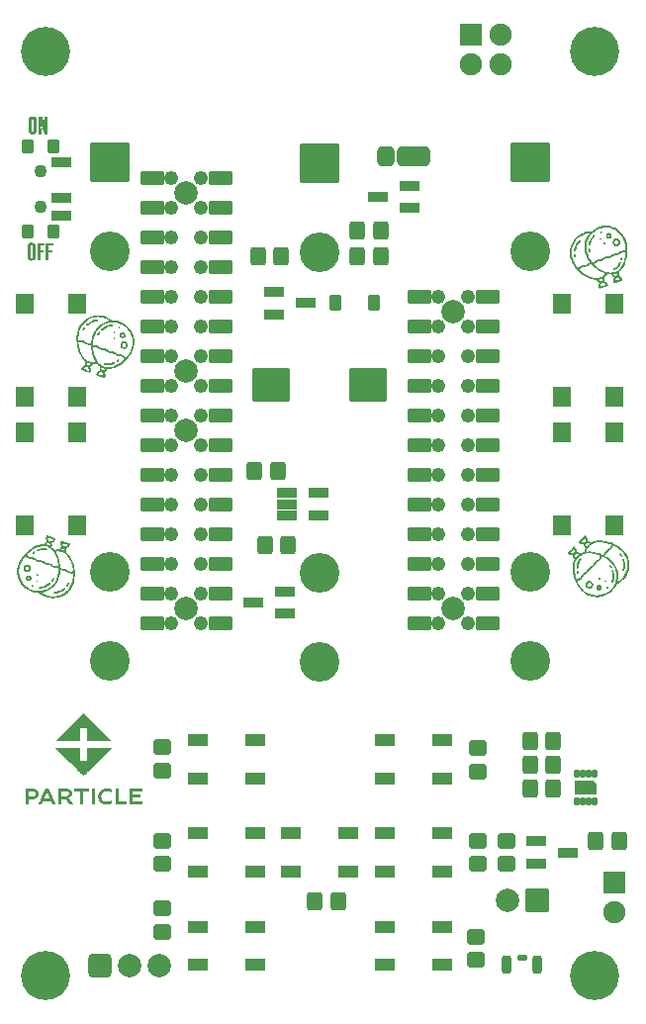
<source format=gts>
G04 #@! TF.GenerationSoftware,KiCad,Pcbnew,7.0.7*
G04 #@! TF.CreationDate,2023-08-28T20:08:12-05:00*
G04 #@! TF.ProjectId,particle-bamf23-badge,70617274-6963-46c6-952d-62616d663233,v0.1*
G04 #@! TF.SameCoordinates,Original*
G04 #@! TF.FileFunction,Soldermask,Top*
G04 #@! TF.FilePolarity,Negative*
%FSLAX46Y46*%
G04 Gerber Fmt 4.6, Leading zero omitted, Abs format (unit mm)*
G04 Created by KiCad (PCBNEW 7.0.7) date 2023-08-28 20:08:12*
%MOMM*%
%LPD*%
G01*
G04 APERTURE LIST*
G04 Aperture macros list*
%AMRoundRect*
0 Rectangle with rounded corners*
0 $1 Rounding radius*
0 $2 $3 $4 $5 $6 $7 $8 $9 X,Y pos of 4 corners*
0 Add a 4 corners polygon primitive as box body*
4,1,4,$2,$3,$4,$5,$6,$7,$8,$9,$2,$3,0*
0 Add four circle primitives for the rounded corners*
1,1,$1+$1,$2,$3*
1,1,$1+$1,$4,$5*
1,1,$1+$1,$6,$7*
1,1,$1+$1,$8,$9*
0 Add four rect primitives between the rounded corners*
20,1,$1+$1,$2,$3,$4,$5,0*
20,1,$1+$1,$4,$5,$6,$7,0*
20,1,$1+$1,$6,$7,$8,$9,0*
20,1,$1+$1,$8,$9,$2,$3,0*%
%AMFreePoly0*
4,1,19,0.558779,0.930902,0.595106,0.880902,0.600000,0.850000,0.600000,-0.850000,0.580902,-0.908779,0.530902,-0.945106,0.500000,-0.950000,-0.500000,-0.950000,-0.558779,-0.930902,-0.595106,-0.880902,-0.600000,-0.850000,-0.600000,0.550000,-0.580902,0.608779,-0.570711,0.620711,-0.270711,0.920711,-0.215643,0.948769,-0.200000,0.950000,0.500000,0.950000,0.558779,0.930902,0.558779,0.930902,
$1*%
G04 Aperture macros list end*
%ADD10C,0.300000*%
%ADD11RoundRect,0.100000X0.780000X0.325000X-0.780000X0.325000X-0.780000X-0.325000X0.780000X-0.325000X0*%
%ADD12RoundRect,0.350000X-0.450000X0.350000X-0.450000X-0.350000X0.450000X-0.350000X0.450000X0.350000X0*%
%ADD13RoundRect,0.175000X0.275000X0.075000X-0.275000X0.075000X-0.275000X-0.075000X0.275000X-0.075000X0*%
%ADD14RoundRect,0.257500X0.157500X0.532500X-0.157500X0.532500X-0.157500X-0.532500X0.157500X-0.532500X0*%
%ADD15RoundRect,0.100000X-0.650000X0.775000X-0.650000X-0.775000X0.650000X-0.775000X0.650000X0.775000X0*%
%ADD16RoundRect,0.100000X-0.750000X-0.450000X0.750000X-0.450000X0.750000X0.450000X-0.750000X0.450000X0*%
%ADD17RoundRect,0.350000X0.350000X0.450000X-0.350000X0.450000X-0.350000X-0.450000X0.350000X-0.450000X0*%
%ADD18RoundRect,0.100000X-0.125000X0.275000X-0.125000X-0.275000X0.125000X-0.275000X0.125000X0.275000X0*%
%ADD19RoundRect,0.100000X0.125000X-0.275000X0.125000X0.275000X-0.125000X0.275000X-0.125000X-0.275000X0*%
%ADD20FreePoly0,270.000000*%
%ADD21RoundRect,0.100000X-0.780000X-0.325000X0.780000X-0.325000X0.780000X0.325000X-0.780000X0.325000X0*%
%ADD22RoundRect,0.100000X-0.400000X0.500000X-0.400000X-0.500000X0.400000X-0.500000X0.400000X0.500000X0*%
%ADD23C,1.100000*%
%ADD24RoundRect,0.100000X-0.750000X0.350000X-0.750000X-0.350000X0.750000X-0.350000X0.750000X0.350000X0*%
%ADD25C,1.220000*%
%ADD26C,2.000000*%
%ADD27RoundRect,0.100000X-0.890000X-0.510000X0.890000X-0.510000X0.890000X0.510000X-0.890000X0.510000X0*%
%ADD28RoundRect,0.100000X1.500000X1.300000X-1.500000X1.300000X-1.500000X-1.300000X1.500000X-1.300000X0*%
%ADD29RoundRect,0.350000X-0.350000X-0.450000X0.350000X-0.450000X0.350000X0.450000X-0.350000X0.450000X0*%
%ADD30RoundRect,0.350200X-0.649800X-0.649800X0.649800X-0.649800X0.649800X0.649800X-0.649800X0.649800X0*%
%ADD31RoundRect,0.100000X-0.850000X-0.850000X0.850000X-0.850000X0.850000X0.850000X-0.850000X0.850000X0*%
%ADD32O,1.900000X1.900000*%
%ADD33C,4.200000*%
%ADD34RoundRect,0.350000X0.450000X-0.350000X0.450000X0.350000X-0.450000X0.350000X-0.450000X-0.350000X0*%
%ADD35RoundRect,0.100000X0.650000X-0.775000X0.650000X0.775000X-0.650000X0.775000X-0.650000X-0.775000X0*%
%ADD36RoundRect,0.350000X-1.050000X-0.500000X1.050000X-0.500000X1.050000X0.500000X-1.050000X0.500000X0*%
%ADD37RoundRect,0.409524X-0.340476X-0.440476X0.340476X-0.440476X0.340476X0.440476X-0.340476X0.440476X0*%
%ADD38RoundRect,0.100000X-0.900000X-0.900000X0.900000X-0.900000X0.900000X0.900000X-0.900000X0.900000X0*%
%ADD39RoundRect,0.325000X0.225000X0.375000X-0.225000X0.375000X-0.225000X-0.375000X0.225000X-0.375000X0*%
%ADD40RoundRect,0.100000X-1.600000X1.600000X-1.600000X-1.600000X1.600000X-1.600000X1.600000X1.600000X0*%
%ADD41C,3.400000*%
G04 APERTURE END LIST*
D10*
G36*
X102455480Y-59021319D02*
G01*
X102476542Y-59022504D01*
X102496960Y-59024479D01*
X102516733Y-59027244D01*
X102535863Y-59030799D01*
X102554349Y-59035144D01*
X102572190Y-59040278D01*
X102589388Y-59046203D01*
X102605942Y-59052918D01*
X102621851Y-59060423D01*
X102637117Y-59068717D01*
X102651739Y-59077802D01*
X102665716Y-59087677D01*
X102679050Y-59098341D01*
X102691740Y-59109796D01*
X102703785Y-59122041D01*
X102715187Y-59134954D01*
X102725853Y-59148505D01*
X102735783Y-59162694D01*
X102744978Y-59177522D01*
X102753438Y-59192988D01*
X102761161Y-59209092D01*
X102768149Y-59225835D01*
X102774402Y-59243216D01*
X102779919Y-59261235D01*
X102784700Y-59279892D01*
X102788746Y-59299188D01*
X102792056Y-59319122D01*
X102794631Y-59339694D01*
X102796470Y-59360904D01*
X102797573Y-59382753D01*
X102797941Y-59405240D01*
X102797941Y-60184131D01*
X102797573Y-60206619D01*
X102796470Y-60228472D01*
X102794631Y-60249690D01*
X102792056Y-60270272D01*
X102788746Y-60290219D01*
X102784700Y-60309530D01*
X102779919Y-60328206D01*
X102774402Y-60346247D01*
X102768149Y-60363652D01*
X102761161Y-60380422D01*
X102753438Y-60396556D01*
X102744978Y-60412055D01*
X102735783Y-60426919D01*
X102725853Y-60441147D01*
X102715187Y-60454739D01*
X102703785Y-60467697D01*
X102691740Y-60479897D01*
X102679050Y-60491310D01*
X102665716Y-60501936D01*
X102651739Y-60511775D01*
X102637117Y-60520827D01*
X102621851Y-60529091D01*
X102605942Y-60536569D01*
X102589388Y-60543259D01*
X102572190Y-60549163D01*
X102554349Y-60554279D01*
X102535863Y-60558608D01*
X102516733Y-60562150D01*
X102496960Y-60564905D01*
X102476542Y-60566873D01*
X102455480Y-60568053D01*
X102433775Y-60568447D01*
X102412068Y-60568053D01*
X102391002Y-60566873D01*
X102370577Y-60564905D01*
X102350793Y-60562150D01*
X102331651Y-60558608D01*
X102313149Y-60554279D01*
X102295289Y-60549163D01*
X102278070Y-60543259D01*
X102261492Y-60536569D01*
X102245555Y-60529091D01*
X102230259Y-60520827D01*
X102215605Y-60511775D01*
X102201591Y-60501936D01*
X102188219Y-60491310D01*
X102175488Y-60479897D01*
X102163398Y-60467697D01*
X102152041Y-60454739D01*
X102141416Y-60441147D01*
X102131524Y-60426919D01*
X102122365Y-60412055D01*
X102113939Y-60396556D01*
X102106245Y-60380422D01*
X102099284Y-60363652D01*
X102093056Y-60346247D01*
X102087561Y-60328206D01*
X102082798Y-60309530D01*
X102078768Y-60290219D01*
X102075471Y-60270272D01*
X102072906Y-60249690D01*
X102071074Y-60228472D01*
X102069975Y-60206619D01*
X102069859Y-60199518D01*
X102325331Y-60199518D01*
X102325755Y-60215800D01*
X102327025Y-60231031D01*
X102330520Y-60251908D01*
X102335921Y-60270422D01*
X102343228Y-60286573D01*
X102352442Y-60300360D01*
X102363562Y-60311783D01*
X102376588Y-60320843D01*
X102391520Y-60327540D01*
X102408358Y-60331873D01*
X102427103Y-60333842D01*
X102433775Y-60333974D01*
X102453155Y-60332792D01*
X102470629Y-60329247D01*
X102486196Y-60323338D01*
X102499858Y-60315066D01*
X102511613Y-60304430D01*
X102521462Y-60291431D01*
X102529404Y-60276068D01*
X102535441Y-60258342D01*
X102539571Y-60238253D01*
X102541266Y-60223547D01*
X102542113Y-60207790D01*
X102542219Y-60199518D01*
X102542219Y-59389853D01*
X102541795Y-59373571D01*
X102540524Y-59358340D01*
X102537029Y-59337463D01*
X102531628Y-59318949D01*
X102524321Y-59302798D01*
X102515108Y-59289011D01*
X102503988Y-59277588D01*
X102490962Y-59268528D01*
X102476030Y-59261831D01*
X102459191Y-59257498D01*
X102440447Y-59255529D01*
X102433775Y-59255397D01*
X102414395Y-59256579D01*
X102396921Y-59260124D01*
X102381353Y-59266033D01*
X102367692Y-59274305D01*
X102355937Y-59284941D01*
X102346088Y-59297940D01*
X102338145Y-59313302D01*
X102332109Y-59331029D01*
X102327979Y-59351118D01*
X102326284Y-59365824D01*
X102325437Y-59381581D01*
X102325331Y-59389853D01*
X102325331Y-60199518D01*
X102069859Y-60199518D01*
X102069609Y-60184131D01*
X102069609Y-59405240D01*
X102069975Y-59382753D01*
X102071074Y-59360904D01*
X102072906Y-59339694D01*
X102075471Y-59319122D01*
X102078768Y-59299188D01*
X102082798Y-59279892D01*
X102087561Y-59261235D01*
X102093056Y-59243216D01*
X102099284Y-59225835D01*
X102106245Y-59209092D01*
X102113939Y-59192988D01*
X102122365Y-59177522D01*
X102131524Y-59162694D01*
X102141416Y-59148505D01*
X102152041Y-59134954D01*
X102163398Y-59122041D01*
X102175488Y-59109796D01*
X102188219Y-59098341D01*
X102201591Y-59087677D01*
X102215605Y-59077802D01*
X102230259Y-59068717D01*
X102245555Y-59060423D01*
X102261492Y-59052918D01*
X102278070Y-59046203D01*
X102295289Y-59040278D01*
X102313149Y-59035144D01*
X102331651Y-59030799D01*
X102350793Y-59027244D01*
X102370577Y-59024479D01*
X102391002Y-59022504D01*
X102412068Y-59021319D01*
X102433775Y-59020924D01*
X102455480Y-59021319D01*
G37*
G36*
X102926168Y-59044371D02*
G01*
X103238311Y-59044371D01*
X103459228Y-59943063D01*
X103454832Y-59944162D01*
X103447505Y-59044371D01*
X103677581Y-59044371D01*
X103677581Y-60545000D01*
X103418196Y-60545000D01*
X103144888Y-59475216D01*
X103148918Y-59474117D01*
X103156612Y-60545000D01*
X102926168Y-60545000D01*
X102926168Y-59044371D01*
G37*
G36*
X102355480Y-69821319D02*
G01*
X102376542Y-69822504D01*
X102396960Y-69824479D01*
X102416733Y-69827244D01*
X102435863Y-69830799D01*
X102454349Y-69835144D01*
X102472190Y-69840278D01*
X102489388Y-69846203D01*
X102505942Y-69852918D01*
X102521851Y-69860423D01*
X102537117Y-69868717D01*
X102551739Y-69877802D01*
X102565716Y-69887677D01*
X102579050Y-69898341D01*
X102591740Y-69909796D01*
X102603785Y-69922041D01*
X102615187Y-69934954D01*
X102625853Y-69948505D01*
X102635783Y-69962694D01*
X102644978Y-69977522D01*
X102653438Y-69992988D01*
X102661161Y-70009092D01*
X102668149Y-70025835D01*
X102674402Y-70043216D01*
X102679919Y-70061235D01*
X102684700Y-70079892D01*
X102688746Y-70099188D01*
X102692056Y-70119122D01*
X102694631Y-70139694D01*
X102696470Y-70160904D01*
X102697573Y-70182753D01*
X102697941Y-70205240D01*
X102697941Y-70984131D01*
X102697573Y-71006619D01*
X102696470Y-71028472D01*
X102694631Y-71049690D01*
X102692056Y-71070272D01*
X102688746Y-71090219D01*
X102684700Y-71109530D01*
X102679919Y-71128206D01*
X102674402Y-71146247D01*
X102668149Y-71163652D01*
X102661161Y-71180422D01*
X102653438Y-71196556D01*
X102644978Y-71212055D01*
X102635783Y-71226919D01*
X102625853Y-71241147D01*
X102615187Y-71254739D01*
X102603785Y-71267697D01*
X102591740Y-71279897D01*
X102579050Y-71291310D01*
X102565716Y-71301936D01*
X102551739Y-71311775D01*
X102537117Y-71320827D01*
X102521851Y-71329091D01*
X102505942Y-71336569D01*
X102489388Y-71343259D01*
X102472190Y-71349163D01*
X102454349Y-71354279D01*
X102435863Y-71358608D01*
X102416733Y-71362150D01*
X102396960Y-71364905D01*
X102376542Y-71366873D01*
X102355480Y-71368053D01*
X102333775Y-71368447D01*
X102312068Y-71368053D01*
X102291002Y-71366873D01*
X102270577Y-71364905D01*
X102250793Y-71362150D01*
X102231651Y-71358608D01*
X102213149Y-71354279D01*
X102195289Y-71349163D01*
X102178070Y-71343259D01*
X102161492Y-71336569D01*
X102145555Y-71329091D01*
X102130259Y-71320827D01*
X102115605Y-71311775D01*
X102101591Y-71301936D01*
X102088219Y-71291310D01*
X102075488Y-71279897D01*
X102063398Y-71267697D01*
X102052041Y-71254739D01*
X102041416Y-71241147D01*
X102031524Y-71226919D01*
X102022365Y-71212055D01*
X102013939Y-71196556D01*
X102006245Y-71180422D01*
X101999284Y-71163652D01*
X101993056Y-71146247D01*
X101987561Y-71128206D01*
X101982798Y-71109530D01*
X101978768Y-71090219D01*
X101975471Y-71070272D01*
X101972906Y-71049690D01*
X101971074Y-71028472D01*
X101969975Y-71006619D01*
X101969859Y-70999518D01*
X102225331Y-70999518D01*
X102225755Y-71015800D01*
X102227025Y-71031031D01*
X102230520Y-71051908D01*
X102235921Y-71070422D01*
X102243228Y-71086573D01*
X102252442Y-71100360D01*
X102263562Y-71111783D01*
X102276588Y-71120843D01*
X102291520Y-71127540D01*
X102308358Y-71131873D01*
X102327103Y-71133842D01*
X102333775Y-71133974D01*
X102353155Y-71132792D01*
X102370629Y-71129247D01*
X102386196Y-71123338D01*
X102399858Y-71115066D01*
X102411613Y-71104430D01*
X102421462Y-71091431D01*
X102429404Y-71076068D01*
X102435441Y-71058342D01*
X102439571Y-71038253D01*
X102441266Y-71023547D01*
X102442113Y-71007790D01*
X102442219Y-70999518D01*
X102442219Y-70189853D01*
X102441795Y-70173571D01*
X102440524Y-70158340D01*
X102437029Y-70137463D01*
X102431628Y-70118949D01*
X102424321Y-70102798D01*
X102415108Y-70089011D01*
X102403988Y-70077588D01*
X102390962Y-70068528D01*
X102376030Y-70061831D01*
X102359191Y-70057498D01*
X102340447Y-70055529D01*
X102333775Y-70055397D01*
X102314395Y-70056579D01*
X102296921Y-70060124D01*
X102281353Y-70066033D01*
X102267692Y-70074305D01*
X102255937Y-70084941D01*
X102246088Y-70097940D01*
X102238145Y-70113302D01*
X102232109Y-70131029D01*
X102227979Y-70151118D01*
X102226284Y-70165824D01*
X102225437Y-70181581D01*
X102225331Y-70189853D01*
X102225331Y-70999518D01*
X101969859Y-70999518D01*
X101969609Y-70984131D01*
X101969609Y-70205240D01*
X101969975Y-70182753D01*
X101971074Y-70160904D01*
X101972906Y-70139694D01*
X101975471Y-70119122D01*
X101978768Y-70099188D01*
X101982798Y-70079892D01*
X101987561Y-70061235D01*
X101993056Y-70043216D01*
X101999284Y-70025835D01*
X102006245Y-70009092D01*
X102013939Y-69992988D01*
X102022365Y-69977522D01*
X102031524Y-69962694D01*
X102041416Y-69948505D01*
X102052041Y-69934954D01*
X102063398Y-69922041D01*
X102075488Y-69909796D01*
X102088219Y-69898341D01*
X102101591Y-69887677D01*
X102115605Y-69877802D01*
X102130259Y-69868717D01*
X102145555Y-69860423D01*
X102161492Y-69852918D01*
X102178070Y-69846203D01*
X102195289Y-69840278D01*
X102213149Y-69835144D01*
X102231651Y-69830799D01*
X102250793Y-69827244D01*
X102270577Y-69824479D01*
X102291002Y-69822504D01*
X102312068Y-69821319D01*
X102333775Y-69820924D01*
X102355480Y-69821319D01*
G37*
G36*
X102826168Y-69844371D02*
G01*
X103463642Y-69844371D01*
X103463642Y-70078845D01*
X103081891Y-70078845D01*
X103081891Y-70454002D01*
X103381577Y-70454002D01*
X103381577Y-70688475D01*
X103081891Y-70688475D01*
X103081891Y-71345000D01*
X102826168Y-71345000D01*
X102826168Y-69844371D01*
G37*
G36*
X103548639Y-69844371D02*
G01*
X104186113Y-69844371D01*
X104186113Y-70078845D01*
X103804361Y-70078845D01*
X103804361Y-70454002D01*
X104104047Y-70454002D01*
X104104047Y-70688475D01*
X103804361Y-70688475D01*
X103804361Y-71345000D01*
X103548639Y-71345000D01*
X103548639Y-69844371D01*
G37*
G36*
X109879115Y-77025337D02*
G01*
X109904261Y-77052745D01*
X109907191Y-77058482D01*
X109915079Y-77094634D01*
X109906877Y-77127322D01*
X109886034Y-77152787D01*
X109855995Y-77167270D01*
X109820207Y-77167014D01*
X109810357Y-77164060D01*
X109777336Y-77143712D01*
X109759011Y-77115164D01*
X109755476Y-77083105D01*
X109766823Y-77052225D01*
X109793147Y-77027218D01*
X109807492Y-77020069D01*
X109845405Y-77013885D01*
X109879115Y-77025337D01*
G37*
G36*
X109445931Y-77927319D02*
G01*
X109472387Y-77946012D01*
X109484732Y-77966166D01*
X109491756Y-77994804D01*
X109492134Y-77999800D01*
X109491221Y-78027991D01*
X109482985Y-78046822D01*
X109473207Y-78057674D01*
X109439816Y-78078731D01*
X109404310Y-78082419D01*
X109371358Y-78069693D01*
X109345625Y-78041509D01*
X109340120Y-78030441D01*
X109334344Y-77995118D01*
X109346760Y-77963349D01*
X109376030Y-77938039D01*
X109384680Y-77933587D01*
X109418280Y-77922754D01*
X109445931Y-77927319D01*
G37*
G36*
X109451474Y-77398806D02*
G01*
X109463610Y-77401721D01*
X109480877Y-77414540D01*
X109497667Y-77436483D01*
X109498407Y-77437778D01*
X109507730Y-77471558D01*
X109501598Y-77505261D01*
X109483077Y-77534042D01*
X109455228Y-77553059D01*
X109422550Y-77557636D01*
X109387745Y-77545621D01*
X109363425Y-77520931D01*
X109351274Y-77488335D01*
X109352975Y-77452602D01*
X109370212Y-77418499D01*
X109372474Y-77415798D01*
X109391971Y-77404658D01*
X109421398Y-77398516D01*
X109451474Y-77398806D01*
G37*
G36*
X109782435Y-79825835D02*
G01*
X109808350Y-79845260D01*
X109825226Y-79872899D01*
X109835553Y-79900559D01*
X109834833Y-79921025D01*
X109827068Y-79937118D01*
X109807927Y-79959022D01*
X109777407Y-79984496D01*
X109741906Y-80009003D01*
X109707826Y-80028011D01*
X109687937Y-80035699D01*
X109650655Y-80036520D01*
X109618192Y-80020308D01*
X109597205Y-79992688D01*
X109588808Y-79962484D01*
X109594492Y-79934299D01*
X109615638Y-79905423D01*
X109653624Y-79873143D01*
X109660665Y-79867981D01*
X109709830Y-79837233D01*
X109750007Y-79823172D01*
X109782435Y-79825835D01*
G37*
G36*
X108154087Y-77457293D02*
G01*
X108175933Y-77473142D01*
X108192507Y-77491963D01*
X108200248Y-77512787D01*
X108198596Y-77538484D01*
X108186986Y-77571927D01*
X108164860Y-77615986D01*
X108139284Y-77660681D01*
X108114500Y-77701221D01*
X108095666Y-77727775D01*
X108079882Y-77743771D01*
X108064243Y-77752642D01*
X108060253Y-77754070D01*
X108021433Y-77757987D01*
X107987868Y-77744586D01*
X107963768Y-77715618D01*
X107962813Y-77713635D01*
X107956024Y-77694886D01*
X107954882Y-77675907D01*
X107960494Y-77653131D01*
X107973969Y-77622994D01*
X107996416Y-77581928D01*
X108012218Y-77554704D01*
X108036914Y-77514644D01*
X108056732Y-77488208D01*
X108075142Y-77471354D01*
X108092101Y-77461624D01*
X108125841Y-77451360D01*
X108154087Y-77457293D01*
G37*
G36*
X106889767Y-77045808D02*
G01*
X106916125Y-77067356D01*
X106927077Y-77088078D01*
X106931813Y-77103825D01*
X106933377Y-77117533D01*
X106930508Y-77132770D01*
X106921941Y-77153104D01*
X106906411Y-77182102D01*
X106882656Y-77223334D01*
X106873795Y-77238522D01*
X106843999Y-77286665D01*
X106819146Y-77318762D01*
X106796553Y-77336750D01*
X106773539Y-77342573D01*
X106747417Y-77338171D01*
X106739658Y-77335545D01*
X106711539Y-77315715D01*
X106693225Y-77283440D01*
X106688170Y-77251669D01*
X106693155Y-77234702D01*
X106706172Y-77206122D01*
X106724583Y-77170688D01*
X106745755Y-77133159D01*
X106767051Y-77098293D01*
X106785836Y-77070847D01*
X106793703Y-77061125D01*
X106822728Y-77041516D01*
X106856691Y-77036802D01*
X106889767Y-77045808D01*
G37*
G36*
X109410008Y-80043490D02*
G01*
X109431285Y-80055131D01*
X109447384Y-80077433D01*
X109450584Y-80083924D01*
X109458601Y-80119357D01*
X109452548Y-80148638D01*
X109443287Y-80168074D01*
X109429048Y-80182869D01*
X109404979Y-80196895D01*
X109375609Y-80210071D01*
X109234148Y-80262090D01*
X109094101Y-80297612D01*
X108957232Y-80316415D01*
X108825303Y-80318279D01*
X108700081Y-80302983D01*
X108675026Y-80297621D01*
X108618451Y-80282490D01*
X108578917Y-80266440D01*
X108553942Y-80247858D01*
X108541041Y-80225128D01*
X108538037Y-80208497D01*
X108540776Y-80171202D01*
X108557760Y-80144997D01*
X108584025Y-80128601D01*
X108604270Y-80120991D01*
X108624808Y-80118921D01*
X108651553Y-80122647D01*
X108690418Y-80132429D01*
X108694027Y-80133426D01*
X108794387Y-80153007D01*
X108900379Y-80157338D01*
X109013398Y-80146271D01*
X109134833Y-80119656D01*
X109266079Y-80077343D01*
X109285609Y-80070047D01*
X109340121Y-80051196D01*
X109380604Y-80042261D01*
X109410008Y-80043490D01*
G37*
G36*
X107948666Y-76409780D02*
G01*
X107965443Y-76416275D01*
X107980373Y-76427666D01*
X107984091Y-76431114D01*
X108003803Y-76457220D01*
X108007218Y-76486189D01*
X108000386Y-76512016D01*
X107987484Y-76536353D01*
X107967131Y-76553062D01*
X107935351Y-76564243D01*
X107888168Y-76571996D01*
X107886477Y-76572198D01*
X107746919Y-76596991D01*
X107606919Y-76637645D01*
X107470521Y-76692412D01*
X107341767Y-76759552D01*
X107224700Y-76837317D01*
X107169635Y-76881504D01*
X107125710Y-76913102D01*
X107088033Y-76926573D01*
X107055718Y-76921974D01*
X107027877Y-76899364D01*
X107021863Y-76891409D01*
X107008235Y-76864930D01*
X107006286Y-76838751D01*
X107017145Y-76810950D01*
X107041943Y-76779605D01*
X107081812Y-76742791D01*
X107133251Y-76702081D01*
X107254497Y-76620652D01*
X107387578Y-76549757D01*
X107528006Y-76491213D01*
X107671296Y-76446834D01*
X107812957Y-76418440D01*
X107843546Y-76414509D01*
X107892089Y-76409413D01*
X107925672Y-76407665D01*
X107948666Y-76409780D01*
G37*
G36*
X109222965Y-76826084D02*
G01*
X109227376Y-76827117D01*
X109243642Y-76840088D01*
X109260085Y-76863586D01*
X109263714Y-76870732D01*
X109275113Y-76905117D01*
X109272931Y-76932739D01*
X109255933Y-76954675D01*
X109222882Y-76972003D01*
X109172542Y-76985797D01*
X109121538Y-76994644D01*
X108960290Y-77027499D01*
X108808093Y-77077610D01*
X108664472Y-77145180D01*
X108528957Y-77230406D01*
X108488961Y-77260099D01*
X108443801Y-77294430D01*
X108410592Y-77318123D01*
X108386125Y-77332867D01*
X108367197Y-77340357D01*
X108350598Y-77342281D01*
X108335916Y-77340804D01*
X108313569Y-77334174D01*
X108298341Y-77319429D01*
X108286649Y-77297641D01*
X108277233Y-77268804D01*
X108275485Y-77243500D01*
X108276755Y-77237991D01*
X108287575Y-77222017D01*
X108309605Y-77198147D01*
X108338782Y-77170656D01*
X108350261Y-77160687D01*
X108461556Y-77077215D01*
X108586971Y-77002584D01*
X108722425Y-76938541D01*
X108863833Y-76886831D01*
X109007113Y-76849201D01*
X109123603Y-76830020D01*
X109164359Y-76826269D01*
X109199418Y-76824902D01*
X109222965Y-76826084D01*
G37*
G36*
X110152983Y-77486857D02*
G01*
X110200203Y-77497265D01*
X110246831Y-77514401D01*
X110284765Y-77535751D01*
X110291224Y-77540838D01*
X110335932Y-77590764D01*
X110364876Y-77648695D01*
X110377985Y-77711169D01*
X110375188Y-77774720D01*
X110365225Y-77807178D01*
X110356414Y-77835888D01*
X110321592Y-77891206D01*
X110298909Y-77914891D01*
X110242424Y-77954215D01*
X110180117Y-77976004D01*
X110115106Y-77979982D01*
X110050506Y-77965871D01*
X110001024Y-77941253D01*
X109950024Y-77898582D01*
X109914742Y-77847998D01*
X109894507Y-77792221D01*
X109888650Y-77733976D01*
X109890983Y-77716742D01*
X110052907Y-77716742D01*
X110054019Y-77753108D01*
X110061567Y-77771451D01*
X110086391Y-77800364D01*
X110116591Y-77813970D01*
X110148359Y-77814127D01*
X110177890Y-77802695D01*
X110201377Y-77781534D01*
X110215013Y-77752505D01*
X110214992Y-77717468D01*
X110209135Y-77699344D01*
X110189347Y-77671027D01*
X110162263Y-77656010D01*
X110127154Y-77650331D01*
X110098503Y-77659077D01*
X110068295Y-77683699D01*
X110052907Y-77716742D01*
X109890983Y-77716742D01*
X109896499Y-77675986D01*
X109917383Y-77620971D01*
X109950632Y-77571656D01*
X109995573Y-77530764D01*
X110051538Y-77501016D01*
X110113272Y-77485688D01*
X110152983Y-77486857D01*
G37*
G36*
X110303083Y-78253406D02*
G01*
X110348487Y-78259340D01*
X110383793Y-78268750D01*
X110418441Y-78284746D01*
X110445271Y-78300264D01*
X110503927Y-78346389D01*
X110548718Y-78403603D01*
X110579278Y-78468873D01*
X110595240Y-78539161D01*
X110596240Y-78611433D01*
X110581910Y-78682657D01*
X110581553Y-78683455D01*
X110551886Y-78749794D01*
X110506577Y-78809015D01*
X110451705Y-78853404D01*
X110385877Y-78887570D01*
X110316363Y-78908072D01*
X110289699Y-78911633D01*
X110240876Y-78909109D01*
X110184440Y-78896107D01*
X110127269Y-78875125D01*
X110076237Y-78848666D01*
X110039797Y-78820818D01*
X109996418Y-78766519D01*
X109962961Y-78702254D01*
X109943063Y-78635472D01*
X109940391Y-78617104D01*
X109937944Y-78584862D01*
X109939264Y-78557413D01*
X110104012Y-78557413D01*
X110106488Y-78611204D01*
X110113680Y-78636263D01*
X110139141Y-78684130D01*
X110176632Y-78717725D01*
X110212058Y-78734546D01*
X110268323Y-78746247D01*
X110320808Y-78739753D01*
X110363877Y-78717835D01*
X110406187Y-78676341D01*
X110430784Y-78628579D01*
X110437052Y-78576483D01*
X110425403Y-78524566D01*
X110396656Y-78473850D01*
X110356879Y-78437762D01*
X110308524Y-78417767D01*
X110254044Y-78415334D01*
X110245059Y-78416649D01*
X110190777Y-78434627D01*
X110147967Y-78466098D01*
X110118442Y-78508036D01*
X110104012Y-78557413D01*
X109939264Y-78557413D01*
X109939270Y-78557292D01*
X109945473Y-78527831D01*
X109957659Y-78489918D01*
X109965491Y-78468068D01*
X109987492Y-78414117D01*
X110010971Y-78373490D01*
X110040556Y-78340228D01*
X110080872Y-78308370D01*
X110099135Y-78295945D01*
X110141118Y-78275781D01*
X110194640Y-78260955D01*
X110252072Y-78253058D01*
X110303083Y-78253406D01*
G37*
G36*
X108141370Y-76031764D02*
G01*
X108293553Y-76046298D01*
X108449971Y-76075134D01*
X108541634Y-76097740D01*
X108683176Y-76143410D01*
X108826944Y-76204661D01*
X108967914Y-76278934D01*
X109101063Y-76363666D01*
X109183255Y-76424900D01*
X109257434Y-76483953D01*
X109363095Y-76487401D01*
X109534751Y-76501427D01*
X109706207Y-76531691D01*
X109873154Y-76577145D01*
X110031278Y-76636739D01*
X110091670Y-76664584D01*
X110257238Y-76755855D01*
X110411181Y-76862019D01*
X110552640Y-76981972D01*
X110680756Y-77114606D01*
X110794670Y-77258818D01*
X110893520Y-77413501D01*
X110976448Y-77577550D01*
X111042595Y-77749859D01*
X111091100Y-77929323D01*
X111096907Y-77957322D01*
X111123327Y-78137037D01*
X111131825Y-78318453D01*
X111122655Y-78499271D01*
X111096075Y-78677193D01*
X111052340Y-78849920D01*
X111020971Y-78935400D01*
X110991704Y-79015157D01*
X110974982Y-79052754D01*
X110877800Y-79246264D01*
X110769757Y-79427224D01*
X110648930Y-79598245D01*
X110513400Y-79761937D01*
X110429830Y-79849250D01*
X110361242Y-79920911D01*
X110277104Y-80000567D01*
X110118278Y-80137404D01*
X109956559Y-80259309D01*
X109793025Y-80365779D01*
X109628748Y-80456309D01*
X109464805Y-80530397D01*
X109302270Y-80587537D01*
X109142219Y-80627227D01*
X108985725Y-80648963D01*
X108884232Y-80653231D01*
X108806221Y-80653342D01*
X108786881Y-80695317D01*
X108775571Y-80719865D01*
X108742320Y-80776753D01*
X108699382Y-80827543D01*
X108651210Y-80867724D01*
X108606202Y-80891407D01*
X108569370Y-80904870D01*
X108587007Y-80927484D01*
X108611657Y-80966788D01*
X108635322Y-81017600D01*
X108654900Y-81071998D01*
X108667291Y-81122068D01*
X108669435Y-81137928D01*
X108670299Y-81188055D01*
X108665215Y-81243402D01*
X108663049Y-81255186D01*
X108655318Y-81297224D01*
X108641737Y-81342773D01*
X108631351Y-81364952D01*
X108607832Y-81391229D01*
X108582667Y-81405452D01*
X108573970Y-81407864D01*
X108564353Y-81408870D01*
X108551880Y-81407879D01*
X108534614Y-81404298D01*
X108510616Y-81397539D01*
X108477950Y-81387010D01*
X108434679Y-81372119D01*
X108378864Y-81352276D01*
X108308571Y-81326891D01*
X108222293Y-81295528D01*
X108127096Y-81260892D01*
X108048748Y-81232058D01*
X107985805Y-81207958D01*
X107936824Y-81187528D01*
X107900362Y-81169703D01*
X107874974Y-81153418D01*
X107859216Y-81137609D01*
X107851646Y-81121210D01*
X107850819Y-81103157D01*
X107855293Y-81082384D01*
X107863622Y-81057827D01*
X107865482Y-81052761D01*
X108040869Y-81052761D01*
X108270989Y-81136518D01*
X108343615Y-81162946D01*
X108399904Y-81183090D01*
X108441926Y-81197224D01*
X108471750Y-81205615D01*
X108491449Y-81208532D01*
X108503091Y-81206246D01*
X108508745Y-81199024D01*
X108510485Y-81187138D01*
X108510377Y-81170856D01*
X108510325Y-81167669D01*
X108502766Y-81126906D01*
X108482559Y-81077888D01*
X108451907Y-81025064D01*
X108415161Y-80975459D01*
X108361427Y-80910635D01*
X108305913Y-80917148D01*
X108262548Y-80924063D01*
X108215495Y-80934219D01*
X108195068Y-80939618D01*
X108140672Y-80962629D01*
X108090415Y-80997043D01*
X108054548Y-81034348D01*
X108040869Y-81052761D01*
X107865482Y-81052761D01*
X107871387Y-81036679D01*
X107902967Y-80971917D01*
X107947775Y-80909622D01*
X108000200Y-80857430D01*
X108007244Y-80851813D01*
X108038013Y-80831292D01*
X108075874Y-80810662D01*
X108115129Y-80792526D01*
X108150084Y-80779489D01*
X108175040Y-80774153D01*
X108177142Y-80774156D01*
X108186686Y-80772587D01*
X108188919Y-80764296D01*
X108183467Y-80745547D01*
X108171306Y-80715763D01*
X108153407Y-80665874D01*
X108145043Y-80618832D01*
X108145639Y-80576722D01*
X108306569Y-80576722D01*
X108310571Y-80618119D01*
X108321755Y-80658105D01*
X108333583Y-80681158D01*
X108361145Y-80709105D01*
X108400025Y-80734113D01*
X108442076Y-80751540D01*
X108465829Y-80756471D01*
X108510305Y-80752118D01*
X108555546Y-80732411D01*
X108596059Y-80700503D01*
X108622383Y-80666633D01*
X108637619Y-80640990D01*
X108477657Y-80582769D01*
X108419961Y-80561873D01*
X108377956Y-80547115D01*
X108349009Y-80537865D01*
X108330483Y-80533496D01*
X108319744Y-80533373D01*
X108314156Y-80536870D01*
X108311214Y-80542981D01*
X108306569Y-80576722D01*
X108145639Y-80576722D01*
X108145763Y-80567998D01*
X108155114Y-80506736D01*
X108156582Y-80499410D01*
X108171925Y-80424140D01*
X108089985Y-80349876D01*
X108050859Y-80313114D01*
X108011815Y-80274228D01*
X107978455Y-80238896D01*
X107962989Y-80221152D01*
X107917934Y-80166694D01*
X107848827Y-80179853D01*
X107809015Y-80185779D01*
X107757531Y-80191124D01*
X107702242Y-80195151D01*
X107668666Y-80196692D01*
X107557611Y-80200370D01*
X107526986Y-80257545D01*
X107521328Y-80268107D01*
X107474997Y-80338779D01*
X107420785Y-80393257D01*
X107361006Y-80429781D01*
X107317413Y-80449034D01*
X107349356Y-80498314D01*
X107390528Y-80578604D01*
X107413393Y-80662975D01*
X107417676Y-80749164D01*
X107405384Y-80821464D01*
X107403098Y-80834908D01*
X107394023Y-80862933D01*
X107383858Y-80890991D01*
X107374489Y-80913755D01*
X107364130Y-80931110D01*
X107350987Y-80942947D01*
X107333272Y-80949152D01*
X107309193Y-80949614D01*
X107276960Y-80944219D01*
X107234784Y-80932857D01*
X107180872Y-80915414D01*
X107113435Y-80891779D01*
X107030684Y-80861838D01*
X106958830Y-80835666D01*
X106872224Y-80804103D01*
X106802128Y-80778389D01*
X106746680Y-80757734D01*
X106704015Y-80741344D01*
X106672268Y-80728427D01*
X106649577Y-80718190D01*
X106634077Y-80709840D01*
X106623905Y-80702586D01*
X106617197Y-80695634D01*
X106612110Y-80688228D01*
X106600853Y-80656465D01*
X106603421Y-80617898D01*
X106613532Y-80589270D01*
X106798942Y-80589270D01*
X106803959Y-80595076D01*
X106816020Y-80602416D01*
X106837135Y-80612172D01*
X106869317Y-80625224D01*
X106914576Y-80642454D01*
X106974922Y-80664740D01*
X107023736Y-80682555D01*
X107253857Y-80766312D01*
X107255213Y-80743414D01*
X107253238Y-80691748D01*
X107239907Y-80642005D01*
X107213664Y-80590700D01*
X107172954Y-80534348D01*
X107149426Y-80506328D01*
X107102458Y-80452304D01*
X107037478Y-80461939D01*
X106991727Y-80471154D01*
X106943049Y-80484625D01*
X106914711Y-80494550D01*
X106868358Y-80517316D01*
X106830323Y-80544347D01*
X106805012Y-80572233D01*
X106798958Y-80584120D01*
X106798942Y-80589270D01*
X106613532Y-80589270D01*
X106620209Y-80570363D01*
X106640734Y-80530409D01*
X106687295Y-80463023D01*
X106744260Y-80405429D01*
X106808013Y-80360509D01*
X106874931Y-80331141D01*
X106898866Y-80324979D01*
X106937995Y-80316863D01*
X106916919Y-80262963D01*
X106895633Y-80188489D01*
X106893533Y-80147918D01*
X107055815Y-80147918D01*
X107068336Y-80197787D01*
X107091970Y-80240391D01*
X107118770Y-80266181D01*
X107156157Y-80283823D01*
X107201620Y-80294648D01*
X107245935Y-80296974D01*
X107268487Y-80293495D01*
X107301729Y-80277978D01*
X107335437Y-80252395D01*
X107362666Y-80222746D01*
X107374441Y-80202024D01*
X107376125Y-80195140D01*
X107373842Y-80188872D01*
X107365171Y-80182005D01*
X107347685Y-80173329D01*
X107318963Y-80161632D01*
X107276579Y-80145703D01*
X107221363Y-80125515D01*
X107061401Y-80067293D01*
X107056589Y-80096731D01*
X107055815Y-80147918D01*
X106893533Y-80147918D01*
X106891855Y-80115483D01*
X106905297Y-80038350D01*
X106905396Y-80037986D01*
X106924305Y-79968381D01*
X106864613Y-79918159D01*
X106755309Y-79814295D01*
X106653586Y-79693481D01*
X106560193Y-79557076D01*
X106475881Y-79406436D01*
X106401403Y-79242919D01*
X106337507Y-79067882D01*
X106284946Y-78882684D01*
X106279658Y-78860776D01*
X106230585Y-78617515D01*
X106200524Y-78382754D01*
X106362595Y-78382754D01*
X106362892Y-78408962D01*
X106366362Y-78448029D01*
X106373070Y-78502846D01*
X106374923Y-78516831D01*
X106408892Y-78721331D01*
X106454310Y-78913893D01*
X106510821Y-79093812D01*
X106578068Y-79260378D01*
X106655697Y-79412887D01*
X106743350Y-79550630D01*
X106840672Y-79672901D01*
X106947306Y-79778993D01*
X107051868Y-79860694D01*
X107117313Y-79900348D01*
X107195111Y-79938847D01*
X107278162Y-79973177D01*
X107359368Y-80000332D01*
X107413098Y-80013831D01*
X107526008Y-80030139D01*
X107644453Y-80034619D01*
X107736313Y-80029343D01*
X107814694Y-80021097D01*
X107775711Y-79949805D01*
X107679857Y-79754441D01*
X107599898Y-79548364D01*
X107536119Y-79332604D01*
X107488797Y-79108193D01*
X107458217Y-78876159D01*
X107455914Y-78845263D01*
X107617400Y-78845263D01*
X107617466Y-78880896D01*
X107622362Y-78930634D01*
X107627386Y-78969833D01*
X107663155Y-79183259D01*
X107711968Y-79384685D01*
X107773552Y-79573362D01*
X107847631Y-79748538D01*
X107933931Y-79909461D01*
X108015934Y-80033438D01*
X108087666Y-80120451D01*
X108111118Y-80148898D01*
X108216820Y-80248658D01*
X108331935Y-80332176D01*
X108455356Y-80398916D01*
X108585975Y-80448338D01*
X108722685Y-80479901D01*
X108864381Y-80493067D01*
X108956336Y-80491637D01*
X109100876Y-80474375D01*
X109250041Y-80439230D01*
X109402432Y-80386909D01*
X109556653Y-80318117D01*
X109711303Y-80233560D01*
X109864986Y-80133942D01*
X110016305Y-80019970D01*
X110163859Y-79892348D01*
X110187125Y-79870615D01*
X110225030Y-79833746D01*
X110249535Y-79807031D01*
X110262408Y-79788314D01*
X110265416Y-79775435D01*
X110265372Y-79775116D01*
X110252698Y-79736711D01*
X110227497Y-79694279D01*
X110193702Y-79654322D01*
X110190408Y-79651102D01*
X110128437Y-79602487D01*
X110057053Y-79567545D01*
X109974059Y-79545463D01*
X109878447Y-79535473D01*
X109809246Y-79528484D01*
X109736431Y-79512404D01*
X109698575Y-79501249D01*
X109653486Y-79486338D01*
X109615872Y-79471546D01*
X109581045Y-79454334D01*
X109544322Y-79432160D01*
X109501017Y-79402483D01*
X109455466Y-79369412D01*
X109388435Y-79329525D01*
X109309988Y-79300742D01*
X109217894Y-79282367D01*
X109156793Y-79276164D01*
X109105412Y-79272042D01*
X109066692Y-79267207D01*
X109033781Y-79260053D01*
X108999823Y-79248971D01*
X108957963Y-79232355D01*
X108942508Y-79225911D01*
X108881086Y-79198231D01*
X108831692Y-79171028D01*
X108787327Y-79140347D01*
X108777591Y-79132774D01*
X108716190Y-79090110D01*
X108652251Y-79058710D01*
X108581166Y-79036971D01*
X108498327Y-79023288D01*
X108450192Y-79018905D01*
X108398765Y-79014783D01*
X108360025Y-79009960D01*
X108327134Y-79002834D01*
X108293261Y-78991807D01*
X108251571Y-78975274D01*
X108235642Y-78968633D01*
X108176475Y-78942103D01*
X108129283Y-78916420D01*
X108087101Y-78887629D01*
X108070809Y-78874947D01*
X107999932Y-78827333D01*
X107923933Y-78792648D01*
X107846403Y-78771774D01*
X107770936Y-78765595D01*
X107701123Y-78774994D01*
X107684673Y-78779984D01*
X107655800Y-78791092D01*
X107635604Y-78803548D01*
X107623124Y-78820543D01*
X107617400Y-78845263D01*
X107455914Y-78845263D01*
X107449030Y-78752911D01*
X107441974Y-78625589D01*
X107376578Y-78598713D01*
X107334720Y-78583648D01*
X107293091Y-78574086D01*
X107243584Y-78568392D01*
X107217813Y-78566723D01*
X107173398Y-78563478D01*
X107135771Y-78558244D01*
X107125958Y-78555963D01*
X107602064Y-78555963D01*
X107602645Y-78593415D01*
X107604722Y-78616397D01*
X107605916Y-78620553D01*
X107618803Y-78626119D01*
X107645892Y-78621693D01*
X107651203Y-78620113D01*
X107704757Y-78608710D01*
X107768636Y-78603294D01*
X107834414Y-78604380D01*
X107863079Y-78607215D01*
X107924840Y-78620906D01*
X107994317Y-78645617D01*
X108065376Y-78678587D01*
X108131883Y-78717057D01*
X108174434Y-78747339D01*
X108248266Y-78797603D01*
X108323844Y-78831694D01*
X108406286Y-78851458D01*
X108482336Y-78858255D01*
X108526348Y-78860642D01*
X108562939Y-78865091D01*
X108598733Y-78873016D01*
X108640354Y-78885832D01*
X108684916Y-78901502D01*
X108736264Y-78920727D01*
X108775124Y-78937417D01*
X108807668Y-78954824D01*
X108840070Y-78976195D01*
X108872509Y-79000203D01*
X108948085Y-79051126D01*
X109021426Y-79085866D01*
X109097706Y-79106320D01*
X109182102Y-79114383D01*
X109184400Y-79114444D01*
X109225125Y-79116194D01*
X109259531Y-79120042D01*
X109293690Y-79127282D01*
X109333676Y-79139208D01*
X109385564Y-79157116D01*
X109387002Y-79157628D01*
X109438431Y-79176495D01*
X109476973Y-79192441D01*
X109508365Y-79208452D01*
X109538345Y-79227511D01*
X109572650Y-79252604D01*
X109579306Y-79257671D01*
X109648978Y-79305493D01*
X109715674Y-79338552D01*
X109785851Y-79359197D01*
X109865963Y-79369778D01*
X109891429Y-79371274D01*
X109934758Y-79373854D01*
X109970205Y-79377960D01*
X110003791Y-79384937D01*
X110041537Y-79396129D01*
X110089463Y-79412880D01*
X110107764Y-79419571D01*
X110170659Y-79444100D01*
X110219625Y-79467416D01*
X110259694Y-79493030D01*
X110295895Y-79524452D01*
X110333258Y-79565197D01*
X110356313Y-79593083D01*
X110380668Y-79621456D01*
X110396952Y-79635554D01*
X110407779Y-79637461D01*
X110410207Y-79636081D01*
X110424236Y-79621927D01*
X110447080Y-79594930D01*
X110476343Y-79558247D01*
X110509630Y-79515040D01*
X110544545Y-79468466D01*
X110578691Y-79421685D01*
X110609676Y-79377855D01*
X110635102Y-79340135D01*
X110637767Y-79336012D01*
X110691996Y-79249314D01*
X110736820Y-79171765D01*
X110775212Y-79097394D01*
X110810143Y-79020229D01*
X110844581Y-78934299D01*
X110865268Y-78878728D01*
X110899879Y-78778666D01*
X110926020Y-78689838D01*
X110944857Y-78606481D01*
X110957551Y-78522829D01*
X110965264Y-78433118D01*
X110968167Y-78368582D01*
X110964314Y-78193087D01*
X110941819Y-78020170D01*
X110901476Y-77851279D01*
X110844078Y-77687864D01*
X110770418Y-77531373D01*
X110681292Y-77383257D01*
X110577493Y-77244961D01*
X110459814Y-77117937D01*
X110329049Y-77003634D01*
X110185993Y-76903499D01*
X110155300Y-76884900D01*
X110113358Y-76860526D01*
X110073792Y-76838232D01*
X110041924Y-76820981D01*
X110027072Y-76813504D01*
X109978374Y-76792366D01*
X109918608Y-76768935D01*
X109853676Y-76745294D01*
X109789478Y-76723526D01*
X109731915Y-76705713D01*
X109690556Y-76694761D01*
X109511957Y-76663394D01*
X109438617Y-76658233D01*
X109334211Y-76650886D01*
X109158550Y-76656729D01*
X108986202Y-76680417D01*
X108818399Y-76721443D01*
X108656369Y-76779297D01*
X108501342Y-76853474D01*
X108354548Y-76943467D01*
X108217217Y-77048767D01*
X108090577Y-77168868D01*
X107975860Y-77303262D01*
X107880385Y-77441543D01*
X107807955Y-77574076D01*
X107745241Y-77721514D01*
X107693017Y-77881389D01*
X107652060Y-78051231D01*
X107623144Y-78228574D01*
X107617359Y-78278773D01*
X107612279Y-78334096D01*
X107608088Y-78393108D01*
X107604907Y-78452177D01*
X107602859Y-78507672D01*
X107602064Y-78555963D01*
X107125958Y-78555963D01*
X107098451Y-78549569D01*
X107054958Y-78536000D01*
X107009629Y-78520015D01*
X106956435Y-78500075D01*
X106916609Y-78483130D01*
X106884828Y-78466484D01*
X106855768Y-78447444D01*
X106834053Y-78431139D01*
X106756653Y-78377220D01*
X106683396Y-78340009D01*
X106610904Y-78318180D01*
X106535801Y-78310410D01*
X106526289Y-78310359D01*
X106476980Y-78315120D01*
X106428542Y-78327510D01*
X106388169Y-78345351D01*
X106371253Y-78357361D01*
X106365405Y-78366517D01*
X106362595Y-78382754D01*
X106200524Y-78382754D01*
X106200087Y-78379342D01*
X106188175Y-78145262D01*
X106189465Y-78100674D01*
X106347957Y-78100674D01*
X106348116Y-78137115D01*
X106349772Y-78158155D01*
X106349783Y-78158208D01*
X106356481Y-78165293D01*
X106374552Y-78166499D01*
X106407238Y-78161903D01*
X106418386Y-78159795D01*
X106479645Y-78149290D01*
X106530634Y-78144878D01*
X106577466Y-78147100D01*
X106626249Y-78156502D01*
X106683095Y-78173625D01*
X106720317Y-78186641D01*
X106772480Y-78205904D01*
X106811525Y-78221968D01*
X106842916Y-78237671D01*
X106872118Y-78255849D01*
X106904594Y-78279343D01*
X106917045Y-78288809D01*
X106993959Y-78340334D01*
X107070468Y-78375352D01*
X107152209Y-78395943D01*
X107228449Y-78403580D01*
X107278116Y-78407602D01*
X107329969Y-78414565D01*
X107373950Y-78423079D01*
X107379599Y-78424496D01*
X107413753Y-78432899D01*
X107433286Y-78435523D01*
X107442302Y-78432169D01*
X107444903Y-78422644D01*
X107444967Y-78421381D01*
X107455573Y-78261958D01*
X107474239Y-78114509D01*
X107502222Y-77972692D01*
X107540779Y-77830165D01*
X107591165Y-77680585D01*
X107592434Y-77677118D01*
X107617666Y-77608896D01*
X107638233Y-77555257D01*
X107655903Y-77512338D01*
X107672446Y-77476274D01*
X107689631Y-77443200D01*
X107709230Y-77409252D01*
X107732201Y-77371858D01*
X107843267Y-77211313D01*
X107966546Y-77065449D01*
X108101370Y-76934750D01*
X108247073Y-76819699D01*
X108402985Y-76720777D01*
X108568439Y-76638466D01*
X108742767Y-76573250D01*
X108895007Y-76532157D01*
X108949649Y-76518888D01*
X108985140Y-76507936D01*
X109001721Y-76499215D01*
X109002342Y-76494545D01*
X108990290Y-76485272D01*
X108965202Y-76468801D01*
X108931063Y-76447526D01*
X108891858Y-76423843D01*
X108851573Y-76400144D01*
X108814194Y-76378826D01*
X108783706Y-76362282D01*
X108774007Y-76357378D01*
X108723657Y-76335135D01*
X108660284Y-76310600D01*
X108589913Y-76285828D01*
X108518571Y-76262870D01*
X108452283Y-76243780D01*
X108410168Y-76233384D01*
X108232403Y-76203674D01*
X108054634Y-76193281D01*
X107877954Y-76202012D01*
X107703456Y-76229677D01*
X107532235Y-76276083D01*
X107365381Y-76341040D01*
X107203991Y-76424355D01*
X107156918Y-76452829D01*
X107010222Y-76555256D01*
X106878491Y-76669560D01*
X106761577Y-76795990D01*
X106659332Y-76934792D01*
X106571612Y-77086217D01*
X106498267Y-77250510D01*
X106439153Y-77427919D01*
X106394120Y-77618695D01*
X106367610Y-77785178D01*
X106362848Y-77829060D01*
X106358423Y-77881817D01*
X106354527Y-77939404D01*
X106351356Y-77997772D01*
X106349101Y-78052878D01*
X106347957Y-78100674D01*
X106189465Y-78100674D01*
X106194856Y-77914285D01*
X106220137Y-77685417D01*
X106264027Y-77457669D01*
X106291775Y-77348206D01*
X106348633Y-77176904D01*
X106423606Y-77012479D01*
X106516280Y-76855605D01*
X106626243Y-76706955D01*
X106753080Y-76567203D01*
X106796452Y-76525143D01*
X106877611Y-76451935D01*
X106954974Y-76389539D01*
X107033541Y-76334606D01*
X107118314Y-76283789D01*
X107214293Y-76233737D01*
X107275102Y-76204655D01*
X107381401Y-76157457D01*
X107477832Y-76120282D01*
X107570174Y-76091449D01*
X107664207Y-76069282D01*
X107765712Y-76052100D01*
X107828280Y-76043994D01*
X107988064Y-76031131D01*
X108141370Y-76031764D01*
G37*
G36*
X151646011Y-99266734D02*
G01*
X151669202Y-99290067D01*
X151680742Y-99324494D01*
X151681158Y-99340517D01*
X151670740Y-99377490D01*
X151646115Y-99403202D01*
X151610647Y-99414409D01*
X151604209Y-99414640D01*
X151568111Y-99406510D01*
X151541952Y-99385263D01*
X151527682Y-99355610D01*
X151527251Y-99322265D01*
X151542607Y-99289938D01*
X151549448Y-99282260D01*
X151581844Y-99260932D01*
X151615462Y-99256389D01*
X151646011Y-99266734D01*
G37*
G36*
X150997424Y-98499625D02*
G01*
X151020970Y-98524304D01*
X151031539Y-98561527D01*
X151031918Y-98571249D01*
X151027536Y-98606280D01*
X151011713Y-98629410D01*
X150983590Y-98645487D01*
X150960107Y-98648159D01*
X150931184Y-98642421D01*
X150926496Y-98640653D01*
X150901333Y-98627911D01*
X150887747Y-98612489D01*
X150882044Y-98599040D01*
X150877071Y-98559878D01*
X150888734Y-98526141D01*
X150914194Y-98501654D01*
X150950612Y-98490243D01*
X150962970Y-98489931D01*
X150997424Y-98499625D01*
G37*
G36*
X151449572Y-98729144D02*
G01*
X151481238Y-98745787D01*
X151504860Y-98775822D01*
X151506352Y-98779014D01*
X151508209Y-98801392D01*
X151501340Y-98830657D01*
X151488366Y-98857793D01*
X151480595Y-98867560D01*
X151461679Y-98877792D01*
X151434696Y-98883735D01*
X151433211Y-98883859D01*
X151398655Y-98878032D01*
X151370702Y-98858232D01*
X151352445Y-98829282D01*
X151346979Y-98796005D01*
X151356641Y-98764454D01*
X151382239Y-98737989D01*
X151414894Y-98726382D01*
X151449572Y-98729144D01*
G37*
G36*
X149106845Y-97898803D02*
G01*
X149129986Y-97915866D01*
X149147221Y-97947234D01*
X149160422Y-97995303D01*
X149162125Y-98003866D01*
X149169214Y-98061419D01*
X149164978Y-98103774D01*
X149148860Y-98132039D01*
X149120303Y-98147316D01*
X149088121Y-98150931D01*
X149058689Y-98148600D01*
X149040445Y-98139298D01*
X149029141Y-98125460D01*
X149017378Y-98098855D01*
X149007189Y-98060429D01*
X148999982Y-98017897D01*
X148997158Y-97978977D01*
X148998595Y-97957702D01*
X149013608Y-97923567D01*
X149042020Y-97900996D01*
X149075922Y-97893648D01*
X149106845Y-97898803D01*
G37*
G36*
X151852031Y-97377327D02*
G01*
X151869715Y-97384312D01*
X151887984Y-97399023D01*
X151909603Y-97423973D01*
X151937335Y-97461672D01*
X151955330Y-97487499D01*
X151981200Y-97526811D01*
X151996784Y-97555945D01*
X152004278Y-97579753D01*
X152005930Y-97599235D01*
X152000972Y-97634151D01*
X151983658Y-97657244D01*
X151960061Y-97670345D01*
X151935999Y-97677412D01*
X151913855Y-97675627D01*
X151891264Y-97663269D01*
X151865860Y-97638614D01*
X151835281Y-97599941D01*
X151805582Y-97557872D01*
X151779315Y-97518277D01*
X151763208Y-97489986D01*
X151755381Y-97468920D01*
X151753951Y-97450997D01*
X151754342Y-97446777D01*
X151767199Y-97409940D01*
X151793529Y-97385182D01*
X151829968Y-97375584D01*
X151832169Y-97375556D01*
X151852031Y-97377327D01*
G37*
G36*
X152789540Y-96415572D02*
G01*
X152802811Y-96427261D01*
X152823211Y-96451136D01*
X152847544Y-96482798D01*
X152872610Y-96517846D01*
X152895209Y-96551882D01*
X152912145Y-96580506D01*
X152917631Y-96591745D01*
X152923137Y-96626337D01*
X152913056Y-96659111D01*
X152890915Y-96685281D01*
X152860247Y-96700063D01*
X152836837Y-96701232D01*
X152820565Y-96698869D01*
X152807479Y-96694493D01*
X152794883Y-96685454D01*
X152780074Y-96669095D01*
X152760356Y-96642766D01*
X152733026Y-96603811D01*
X152723007Y-96589362D01*
X152691967Y-96542011D01*
X152673380Y-96505922D01*
X152666625Y-96477844D01*
X152671074Y-96454525D01*
X152686103Y-96432710D01*
X152691762Y-96426788D01*
X152721618Y-96409684D01*
X152758609Y-96406726D01*
X152789540Y-96415572D01*
G37*
G36*
X149327956Y-96842511D02*
G01*
X149360599Y-96860755D01*
X149377171Y-96887222D01*
X149380931Y-96917956D01*
X149379272Y-96939521D01*
X149372469Y-96959009D01*
X149357789Y-96981673D01*
X149332498Y-97012763D01*
X149330069Y-97015613D01*
X149269909Y-97098294D01*
X149221189Y-97192526D01*
X149183456Y-97299632D01*
X149156257Y-97420938D01*
X149139138Y-97557770D01*
X149137496Y-97578553D01*
X149131544Y-97635925D01*
X149122533Y-97676391D01*
X149108992Y-97702521D01*
X149089450Y-97716884D01*
X149062434Y-97722050D01*
X149055198Y-97722207D01*
X149019697Y-97714498D01*
X148995718Y-97696638D01*
X148982016Y-97680030D01*
X148974625Y-97660872D01*
X148972085Y-97633131D01*
X148972557Y-97600944D01*
X148985195Y-97450752D01*
X149012188Y-97308815D01*
X149052990Y-97176823D01*
X149107056Y-97056467D01*
X149173840Y-96949441D01*
X149189288Y-96929000D01*
X149226912Y-96884120D01*
X149258165Y-96855073D01*
X149285561Y-96840292D01*
X149311614Y-96838206D01*
X149327956Y-96842511D01*
G37*
G36*
X153029329Y-96878390D02*
G01*
X153049936Y-96899980D01*
X153067865Y-96935702D01*
X153084379Y-96987394D01*
X153099537Y-97051219D01*
X153122095Y-97195518D01*
X153130106Y-97346091D01*
X153123817Y-97498105D01*
X153103481Y-97646724D01*
X153069346Y-97787113D01*
X153059982Y-97816497D01*
X153044085Y-97862646D01*
X153031476Y-97893821D01*
X153019841Y-97913767D01*
X153006865Y-97926227D01*
X152990231Y-97934945D01*
X152985535Y-97936857D01*
X152953545Y-97943689D01*
X152925846Y-97934542D01*
X152905327Y-97917434D01*
X152888723Y-97895456D01*
X152882181Y-97869948D01*
X152885478Y-97836421D01*
X152898392Y-97790382D01*
X152898923Y-97788764D01*
X152935433Y-97651803D01*
X152957755Y-97507740D01*
X152965763Y-97360975D01*
X152959327Y-97215910D01*
X152938323Y-97076945D01*
X152921547Y-97008366D01*
X152911473Y-96955202D01*
X152915188Y-96915363D01*
X152933013Y-96888019D01*
X152965271Y-96872341D01*
X152975022Y-96870252D01*
X153004779Y-96869092D01*
X153029329Y-96878390D01*
G37*
G36*
X152102443Y-97848511D02*
G01*
X152126115Y-97857620D01*
X152130571Y-97861099D01*
X152140476Y-97877656D01*
X152152799Y-97907711D01*
X152165384Y-97945772D01*
X152169567Y-97960389D01*
X152198183Y-98096533D01*
X152212820Y-98241738D01*
X152213617Y-98391567D01*
X152200720Y-98541579D01*
X152174272Y-98687338D01*
X152142425Y-98801021D01*
X152128601Y-98839543D01*
X152115023Y-98871895D01*
X152104000Y-98892736D01*
X152101199Y-98896298D01*
X152082570Y-98905558D01*
X152054324Y-98910529D01*
X152046315Y-98910799D01*
X152010333Y-98906598D01*
X151986222Y-98892947D01*
X151973524Y-98868271D01*
X151971788Y-98830993D01*
X151980561Y-98779540D01*
X151994098Y-98729576D01*
X152032468Y-98569550D01*
X152051372Y-98410435D01*
X152050830Y-98251714D01*
X152030861Y-98092878D01*
X152020852Y-98044080D01*
X152008824Y-97988642D01*
X152001386Y-97948532D01*
X151998363Y-97920126D01*
X151999574Y-97899806D01*
X152004845Y-97883949D01*
X152012389Y-97871267D01*
X152027842Y-97853815D01*
X152047640Y-97846246D01*
X152072329Y-97844858D01*
X152102443Y-97848511D01*
G37*
G36*
X150944576Y-99093053D02*
G01*
X150999840Y-99112360D01*
X151049080Y-99143982D01*
X151090114Y-99186159D01*
X151120757Y-99237134D01*
X151138825Y-99295146D01*
X151142134Y-99358440D01*
X151129936Y-99420868D01*
X151112094Y-99456364D01*
X151082705Y-99494761D01*
X151047469Y-99529779D01*
X151012087Y-99555136D01*
X151004747Y-99558840D01*
X150940605Y-99578259D01*
X150875869Y-99580009D01*
X150813708Y-99565487D01*
X150757294Y-99536094D01*
X150732087Y-99513348D01*
X150709791Y-99493228D01*
X150674372Y-99438290D01*
X150662492Y-99407724D01*
X150651687Y-99345459D01*
X150815322Y-99345459D01*
X150824573Y-99375688D01*
X150845120Y-99400314D01*
X150876883Y-99415103D01*
X150895785Y-99417454D01*
X150929811Y-99411488D01*
X150954868Y-99393288D01*
X150974852Y-99363868D01*
X150979034Y-99334205D01*
X150969485Y-99296421D01*
X150946041Y-99268511D01*
X150912613Y-99254150D01*
X150892798Y-99253238D01*
X150856102Y-99263518D01*
X150831009Y-99285138D01*
X150817441Y-99313864D01*
X150815322Y-99345459D01*
X150651687Y-99345459D01*
X150650724Y-99339911D01*
X150657309Y-99274234D01*
X150681178Y-99213633D01*
X150721268Y-99161049D01*
X150764492Y-99126607D01*
X150824718Y-99098418D01*
X150885474Y-99087820D01*
X150944576Y-99093053D01*
G37*
G36*
X150159811Y-98780686D02*
G01*
X150177588Y-98786027D01*
X150207843Y-98797436D01*
X150232270Y-98810290D01*
X150256349Y-98828361D01*
X150285560Y-98855429D01*
X150302053Y-98871761D01*
X150341650Y-98914502D01*
X150368548Y-98952951D01*
X150386191Y-98993821D01*
X150398025Y-99043823D01*
X150401568Y-99065626D01*
X150402100Y-99112197D01*
X150392918Y-99166971D01*
X150375803Y-99222358D01*
X150353929Y-99268443D01*
X150329363Y-99307085D01*
X150305913Y-99335107D01*
X150276773Y-99359748D01*
X150251371Y-99377506D01*
X150184778Y-99411174D01*
X150113995Y-99427588D01*
X150041926Y-99427701D01*
X149971477Y-99412463D01*
X149905553Y-99382825D01*
X149847059Y-99339737D01*
X149846486Y-99339077D01*
X149798901Y-99284153D01*
X149764376Y-99218061D01*
X149747336Y-99149570D01*
X149744339Y-99078969D01*
X149905658Y-99078969D01*
X149907321Y-99127266D01*
X149927047Y-99183147D01*
X149959939Y-99225624D01*
X150004504Y-99253323D01*
X150056481Y-99264706D01*
X150114594Y-99260085D01*
X150164112Y-99239287D01*
X150202668Y-99203913D01*
X150227898Y-99155565D01*
X150230503Y-99146867D01*
X150237150Y-99090072D01*
X150226719Y-99037973D01*
X150201189Y-98993490D01*
X150162537Y-98959545D01*
X150112740Y-98939056D01*
X150086989Y-98934984D01*
X150032846Y-98937829D01*
X149986553Y-98957610D01*
X149956337Y-98982608D01*
X149921954Y-99028657D01*
X149905658Y-99078969D01*
X149744339Y-99078969D01*
X149744191Y-99075471D01*
X149754988Y-99003805D01*
X149763029Y-98978134D01*
X149785951Y-98934953D01*
X149821585Y-98889300D01*
X149864763Y-98846351D01*
X149910310Y-98811283D01*
X149950949Y-98790027D01*
X150018494Y-98773659D01*
X150090877Y-98770497D01*
X150159811Y-98780686D01*
G37*
G36*
X149740649Y-94897507D02*
G01*
X149774517Y-94916134D01*
X149810504Y-94951438D01*
X149838039Y-94986925D01*
X149879435Y-95057602D01*
X149907558Y-95133571D01*
X149921326Y-95210334D01*
X149919662Y-95283394D01*
X149915131Y-95307691D01*
X149905950Y-95346583D01*
X149963707Y-95350261D01*
X150040200Y-95362444D01*
X150107962Y-95389873D01*
X150172187Y-95434654D01*
X150172475Y-95434897D01*
X150227568Y-95481451D01*
X150298311Y-95448576D01*
X150438638Y-95393408D01*
X150591123Y-95352274D01*
X150754217Y-95325278D01*
X150926375Y-95312529D01*
X151106048Y-95314134D01*
X151291688Y-95330199D01*
X151481748Y-95360831D01*
X151503838Y-95365297D01*
X151745047Y-95423627D01*
X151973794Y-95496643D01*
X152190977Y-95584774D01*
X152397489Y-95688444D01*
X152594230Y-95808080D01*
X152782091Y-95944109D01*
X152869571Y-96015518D01*
X153000795Y-96139444D01*
X153118129Y-96276882D01*
X153221140Y-96427171D01*
X153309390Y-96589653D01*
X153382444Y-96763668D01*
X153402234Y-96820752D01*
X153434284Y-96925246D01*
X153458139Y-97021731D01*
X153474721Y-97116152D01*
X153484951Y-97214459D01*
X153489751Y-97322598D01*
X153490409Y-97390000D01*
X153488261Y-97506287D01*
X153481199Y-97609393D01*
X153468305Y-97705269D01*
X153448656Y-97799860D01*
X153421330Y-97899116D01*
X153402234Y-97959248D01*
X153346364Y-98109498D01*
X153281000Y-98248172D01*
X153203513Y-98379955D01*
X153111274Y-98509531D01*
X153052047Y-98583052D01*
X152950838Y-98692032D01*
X152834566Y-98796444D01*
X152707676Y-98892817D01*
X152574612Y-98977682D01*
X152484378Y-99026295D01*
X152399509Y-99068567D01*
X152351730Y-99162871D01*
X152266473Y-99312517D01*
X152166583Y-99455118D01*
X152054834Y-99587214D01*
X151933997Y-99705337D01*
X151883238Y-99748304D01*
X151730547Y-99859786D01*
X151569271Y-99954439D01*
X151400773Y-100031950D01*
X151226421Y-100092009D01*
X151047579Y-100134303D01*
X150865612Y-100158520D01*
X150681887Y-100164349D01*
X150497767Y-100151478D01*
X150314618Y-100119593D01*
X150286788Y-100113023D01*
X150112745Y-100061017D01*
X149944735Y-99992048D01*
X149784734Y-99907321D01*
X149634716Y-99808038D01*
X149496654Y-99695403D01*
X149432441Y-99630848D01*
X149372525Y-99570616D01*
X149345517Y-99539572D01*
X149211209Y-99369714D01*
X149092865Y-99195316D01*
X148988930Y-99013534D01*
X148897852Y-98821522D01*
X148881080Y-98778403D01*
X149055303Y-98778403D01*
X149055528Y-98781187D01*
X149062427Y-98799883D01*
X149077240Y-98831996D01*
X149098119Y-98874021D01*
X149123210Y-98922449D01*
X149150665Y-98973776D01*
X149178632Y-99024494D01*
X149205261Y-99071098D01*
X149228701Y-99110083D01*
X149231312Y-99114241D01*
X149286969Y-99200029D01*
X149338308Y-99273428D01*
X149389487Y-99339653D01*
X149444659Y-99403922D01*
X149507984Y-99471449D01*
X149549605Y-99513683D01*
X149625665Y-99587339D01*
X149695123Y-99648572D01*
X149762710Y-99700872D01*
X149833159Y-99747730D01*
X149911206Y-99792634D01*
X149968468Y-99822539D01*
X150129149Y-99893215D01*
X150295372Y-99945905D01*
X150465488Y-99980718D01*
X150637850Y-99997760D01*
X150810809Y-99997137D01*
X150982714Y-99978958D01*
X151151920Y-99943331D01*
X151316776Y-99890360D01*
X151475634Y-99820153D01*
X151626845Y-99732819D01*
X151656673Y-99712863D01*
X151696489Y-99685151D01*
X151733416Y-99658714D01*
X151762518Y-99637122D01*
X151775571Y-99626821D01*
X151815310Y-99591619D01*
X151861804Y-99547356D01*
X151910671Y-99498498D01*
X151957531Y-99449514D01*
X151998002Y-99404872D01*
X152025407Y-99372017D01*
X152129315Y-99223408D01*
X152164987Y-99159120D01*
X152215769Y-99067602D01*
X152284711Y-98905929D01*
X152336080Y-98739718D01*
X152369814Y-98570298D01*
X152385857Y-98398999D01*
X152384148Y-98227148D01*
X152364624Y-98056075D01*
X152327228Y-97887109D01*
X152271900Y-97721578D01*
X152198579Y-97560811D01*
X152113604Y-97415841D01*
X152024098Y-97294186D01*
X151916978Y-97175039D01*
X151794153Y-97060142D01*
X151657533Y-96951243D01*
X151509026Y-96850088D01*
X151465975Y-96823630D01*
X151417982Y-96795646D01*
X151366271Y-96766908D01*
X151314080Y-96739062D01*
X151264650Y-96713752D01*
X151221220Y-96692623D01*
X151187031Y-96677321D01*
X151165325Y-96669491D01*
X151161053Y-96668817D01*
X151150563Y-96678144D01*
X151143126Y-96704566D01*
X151142313Y-96710047D01*
X151130015Y-96763402D01*
X151107927Y-96823586D01*
X151079144Y-96882741D01*
X151064460Y-96907523D01*
X151025950Y-96957711D01*
X150974192Y-97010236D01*
X150914280Y-97060703D01*
X150851308Y-97104721D01*
X150805880Y-97130487D01*
X150729123Y-97176160D01*
X150666285Y-97230249D01*
X150613532Y-97296615D01*
X150575231Y-97362666D01*
X150554468Y-97401546D01*
X150534971Y-97432828D01*
X150512661Y-97461919D01*
X150483457Y-97494224D01*
X150450422Y-97527988D01*
X150411298Y-97566401D01*
X150379748Y-97594567D01*
X150350219Y-97616706D01*
X150317156Y-97637040D01*
X150281688Y-97656293D01*
X150203596Y-97703267D01*
X150141116Y-97755055D01*
X150090341Y-97815544D01*
X150047366Y-97888625D01*
X150046340Y-97890682D01*
X150027542Y-97926852D01*
X150009515Y-97956408D01*
X149988517Y-97984307D01*
X149960809Y-98015507D01*
X149922651Y-98054965D01*
X149921578Y-98056051D01*
X149882745Y-98094688D01*
X149852005Y-98122880D01*
X149824227Y-98144564D01*
X149794283Y-98163681D01*
X149757043Y-98184166D01*
X149749638Y-98188058D01*
X149676852Y-98230992D01*
X149618703Y-98277468D01*
X149570334Y-98332345D01*
X149526888Y-98400479D01*
X149514770Y-98422927D01*
X149494120Y-98461106D01*
X149475418Y-98491496D01*
X149454900Y-98518987D01*
X149428805Y-98548466D01*
X149393369Y-98584823D01*
X149379571Y-98598582D01*
X149330759Y-98645218D01*
X149288934Y-98679742D01*
X149248786Y-98705232D01*
X149205008Y-98724762D01*
X149152291Y-98741404D01*
X149117274Y-98750514D01*
X149081266Y-98760596D01*
X149061607Y-98769397D01*
X149055303Y-98778403D01*
X148881080Y-98778403D01*
X148854038Y-98708882D01*
X148818078Y-98616436D01*
X148781443Y-98506517D01*
X148724550Y-98304741D01*
X148682412Y-98106655D01*
X148655030Y-97913446D01*
X148642407Y-97726301D01*
X148642490Y-97719363D01*
X148798121Y-97719363D01*
X148809397Y-97895259D01*
X148834732Y-98076644D01*
X148874077Y-98261952D01*
X148927382Y-98449616D01*
X148937247Y-98479888D01*
X148954642Y-98529823D01*
X148968498Y-98563322D01*
X148980021Y-98582899D01*
X148990422Y-98591068D01*
X148990729Y-98591164D01*
X149030892Y-98595908D01*
X149079999Y-98591000D01*
X149130495Y-98577258D01*
X149134805Y-98575633D01*
X149205056Y-98540014D01*
X149266891Y-98490086D01*
X149321980Y-98424200D01*
X149371441Y-98341768D01*
X149407022Y-98282004D01*
X149452368Y-98222807D01*
X149478476Y-98193212D01*
X149511045Y-98158649D01*
X149540348Y-98130810D01*
X149570666Y-98106521D01*
X149606281Y-98082610D01*
X149651480Y-98055904D01*
X149700703Y-98028597D01*
X149765182Y-97984703D01*
X149824421Y-97925771D01*
X149879995Y-97850071D01*
X149911439Y-97797316D01*
X149936890Y-97752491D01*
X149957635Y-97719442D01*
X149978028Y-97692638D01*
X150002422Y-97666545D01*
X150035173Y-97635629D01*
X150047544Y-97624345D01*
X150098589Y-97580376D01*
X150144118Y-97547106D01*
X150190674Y-97519864D01*
X150201653Y-97514241D01*
X150266268Y-97476623D01*
X150321748Y-97431946D01*
X150371493Y-97376708D01*
X150418903Y-97307413D01*
X150443217Y-97265640D01*
X150468687Y-97220774D01*
X150489431Y-97187701D01*
X150509789Y-97160904D01*
X150534099Y-97134865D01*
X150566701Y-97104068D01*
X150579452Y-97092437D01*
X150628502Y-97050026D01*
X150671722Y-97018109D01*
X150715643Y-96992047D01*
X150734022Y-96982641D01*
X150807128Y-96938528D01*
X150870682Y-96884308D01*
X150922367Y-96822864D01*
X150959861Y-96757079D01*
X150980846Y-96689834D01*
X150983276Y-96672817D01*
X150985411Y-96641955D01*
X150982657Y-96618386D01*
X150972667Y-96600147D01*
X151400933Y-96600147D01*
X151408467Y-96606529D01*
X151409585Y-96607121D01*
X151549588Y-96684109D01*
X151675334Y-96763341D01*
X151792038Y-96848636D01*
X151904917Y-96943815D01*
X152019188Y-97052695D01*
X152021793Y-97055311D01*
X152072960Y-97107011D01*
X152112882Y-97148319D01*
X152144312Y-97182472D01*
X152170006Y-97212707D01*
X152192718Y-97242260D01*
X152215203Y-97274370D01*
X152239385Y-97310991D01*
X152337950Y-97479501D01*
X152418048Y-97652874D01*
X152479521Y-97830302D01*
X152522216Y-98010976D01*
X152545980Y-98194087D01*
X152550654Y-98378825D01*
X152536086Y-98564381D01*
X152508989Y-98719725D01*
X152497922Y-98774854D01*
X152492850Y-98811649D01*
X152493746Y-98830362D01*
X152497715Y-98832899D01*
X152511213Y-98825895D01*
X152536744Y-98810118D01*
X152570453Y-98788169D01*
X152608486Y-98762646D01*
X152646990Y-98736151D01*
X152682107Y-98711283D01*
X152709987Y-98690644D01*
X152718530Y-98683926D01*
X152759968Y-98647694D01*
X152808986Y-98600627D01*
X152861177Y-98547319D01*
X152912135Y-98492363D01*
X152957451Y-98440353D01*
X152984672Y-98406578D01*
X153086725Y-98258024D01*
X153171273Y-98101303D01*
X153238028Y-97937487D01*
X153286701Y-97767647D01*
X153317004Y-97592855D01*
X153328648Y-97414182D01*
X153321345Y-97232703D01*
X153315433Y-97178006D01*
X153284599Y-97001767D01*
X153236676Y-96834071D01*
X153171502Y-96674679D01*
X153088915Y-96523354D01*
X152988750Y-96379858D01*
X152870847Y-96243952D01*
X152735042Y-96115399D01*
X152581172Y-95993960D01*
X152441491Y-95899576D01*
X152403732Y-95876714D01*
X152357789Y-95850407D01*
X152307244Y-95822539D01*
X152255685Y-95794998D01*
X152206695Y-95769666D01*
X152163860Y-95748430D01*
X152130766Y-95733173D01*
X152110998Y-95725782D01*
X152110945Y-95725770D01*
X152101693Y-95728846D01*
X152092962Y-95744714D01*
X152083315Y-95776279D01*
X152080514Y-95787274D01*
X152064145Y-95847233D01*
X152046595Y-95895310D01*
X152024789Y-95936814D01*
X151995652Y-95977054D01*
X151956109Y-96021337D01*
X151928582Y-96049571D01*
X151889078Y-96088706D01*
X151858018Y-96117303D01*
X151830520Y-96139117D01*
X151801704Y-96157900D01*
X151766686Y-96177405D01*
X151752845Y-96184689D01*
X151673642Y-96232622D01*
X151609571Y-96287163D01*
X151556364Y-96352543D01*
X151517222Y-96418413D01*
X151492587Y-96461726D01*
X151464362Y-96505778D01*
X151438058Y-96542040D01*
X151434387Y-96546562D01*
X151412337Y-96573964D01*
X151401704Y-96590559D01*
X151400933Y-96600147D01*
X150972667Y-96600147D01*
X150972528Y-96599894D01*
X150952544Y-96584258D01*
X150920221Y-96569259D01*
X150873074Y-96552677D01*
X150835425Y-96540664D01*
X150626878Y-96482884D01*
X150423695Y-96441997D01*
X150226669Y-96418073D01*
X150036599Y-96411178D01*
X149854281Y-96421384D01*
X149707263Y-96443308D01*
X149598088Y-96471547D01*
X149562395Y-96480779D01*
X149427311Y-96534417D01*
X149302967Y-96603450D01*
X149190320Y-96687102D01*
X149090327Y-96784596D01*
X149003944Y-96895159D01*
X148932129Y-97018015D01*
X148894563Y-97101959D01*
X148849123Y-97240252D01*
X148817935Y-97390294D01*
X148800950Y-97550519D01*
X148798121Y-97719363D01*
X148642490Y-97719363D01*
X148644547Y-97546408D01*
X148661450Y-97374952D01*
X148693119Y-97213123D01*
X148739557Y-97062105D01*
X148778582Y-96968318D01*
X148811450Y-96897569D01*
X148781581Y-96862302D01*
X148764113Y-96841677D01*
X148726607Y-96787499D01*
X148698723Y-96727120D01*
X148682664Y-96666480D01*
X148681245Y-96636965D01*
X148845729Y-96636965D01*
X148857526Y-96687167D01*
X148877097Y-96725338D01*
X148893899Y-96749984D01*
X149014268Y-96629615D01*
X149057590Y-96586155D01*
X149088717Y-96554323D01*
X149109334Y-96531997D01*
X149121123Y-96517053D01*
X149125773Y-96507372D01*
X149124965Y-96500830D01*
X149120670Y-96495581D01*
X149092053Y-96477112D01*
X149052844Y-96463244D01*
X149011878Y-96456480D01*
X148985986Y-96457458D01*
X148949009Y-96470627D01*
X148909913Y-96495295D01*
X148876346Y-96526041D01*
X148861839Y-96545485D01*
X148846989Y-96587633D01*
X148845729Y-96636965D01*
X148681245Y-96636965D01*
X148680222Y-96615680D01*
X148683586Y-96576609D01*
X148655636Y-96583036D01*
X148609597Y-96588766D01*
X148553546Y-96588740D01*
X148495970Y-96583494D01*
X148445354Y-96573564D01*
X148430074Y-96568804D01*
X148384279Y-96548402D01*
X148336265Y-96520404D01*
X148326502Y-96513461D01*
X148291669Y-96488688D01*
X148256127Y-96457130D01*
X148240416Y-96438343D01*
X148226540Y-96405923D01*
X148225229Y-96389172D01*
X148438458Y-96389172D01*
X148442613Y-96397349D01*
X148452650Y-96403949D01*
X148467452Y-96410732D01*
X148470362Y-96412032D01*
X148510501Y-96422409D01*
X148563466Y-96424811D01*
X148624295Y-96419355D01*
X148684783Y-96407016D01*
X148766241Y-96385712D01*
X148783800Y-96332647D01*
X148795860Y-96290423D01*
X148806541Y-96243486D01*
X148810280Y-96222691D01*
X148812414Y-96163666D01*
X148802464Y-96103574D01*
X148783812Y-96055302D01*
X148772905Y-96035123D01*
X148599742Y-96208285D01*
X148545098Y-96262938D01*
X148503052Y-96305440D01*
X148472483Y-96337551D01*
X148452275Y-96361035D01*
X148441306Y-96377655D01*
X148438458Y-96389172D01*
X148225229Y-96389172D01*
X148224285Y-96377105D01*
X148225775Y-96368203D01*
X148228926Y-96359062D01*
X148235097Y-96348177D01*
X148245639Y-96334041D01*
X148261907Y-96315149D01*
X148285255Y-96289994D01*
X148317038Y-96257069D01*
X148358609Y-96214870D01*
X148411324Y-96161891D01*
X148476210Y-96096951D01*
X148547833Y-96025311D01*
X148607077Y-95966489D01*
X148655520Y-95919629D01*
X148694736Y-95883871D01*
X148726300Y-95858358D01*
X148751789Y-95842231D01*
X148772776Y-95834631D01*
X148790838Y-95834701D01*
X148807550Y-95841581D01*
X148824486Y-95854414D01*
X148843222Y-95872342D01*
X148859106Y-95888317D01*
X148904455Y-95944307D01*
X148941976Y-96011244D01*
X148967123Y-96080814D01*
X148969236Y-96089573D01*
X148974831Y-96126131D01*
X148977528Y-96169163D01*
X148977375Y-96212406D01*
X148974418Y-96249595D01*
X148968707Y-96274468D01*
X148967816Y-96276371D01*
X148965204Y-96285684D01*
X148971775Y-96291213D01*
X148991071Y-96294194D01*
X149023205Y-96295760D01*
X149075983Y-96300622D01*
X149122153Y-96312923D01*
X149167919Y-96335059D01*
X149219490Y-96369424D01*
X149225509Y-96373851D01*
X149287243Y-96419566D01*
X149389178Y-96376689D01*
X149439032Y-96356765D01*
X149490775Y-96337813D01*
X149536894Y-96322511D01*
X149559513Y-96315993D01*
X149627910Y-96298174D01*
X149636027Y-96266139D01*
X149803496Y-96266139D01*
X149884583Y-96260937D01*
X150102153Y-96256628D01*
X150322714Y-96271253D01*
X150545213Y-96304634D01*
X150768598Y-96356586D01*
X150991815Y-96426933D01*
X151107399Y-96470693D01*
X151225774Y-96518107D01*
X151277769Y-96470196D01*
X151309113Y-96438627D01*
X151335372Y-96404939D01*
X151361455Y-96362477D01*
X151373860Y-96339826D01*
X151395571Y-96300944D01*
X151416217Y-96269054D01*
X151439850Y-96238897D01*
X151470530Y-96205214D01*
X151504174Y-96170886D01*
X151544726Y-96131103D01*
X151576914Y-96102170D01*
X151605432Y-96080401D01*
X151634970Y-96062111D01*
X151658925Y-96049321D01*
X151740502Y-96001961D01*
X151805186Y-95951293D01*
X151855606Y-95894818D01*
X151894389Y-95830035D01*
X151898454Y-95821436D01*
X151914979Y-95774735D01*
X151924220Y-95725599D01*
X151925114Y-95681469D01*
X151921377Y-95661062D01*
X151915551Y-95651892D01*
X151902022Y-95642483D01*
X151878145Y-95631677D01*
X151841271Y-95618311D01*
X151788756Y-95601224D01*
X151775297Y-95596994D01*
X151575602Y-95541354D01*
X151381887Y-95501136D01*
X151194942Y-95476316D01*
X151015562Y-95466869D01*
X150844535Y-95472771D01*
X150682653Y-95493999D01*
X150530708Y-95530529D01*
X150389491Y-95582336D01*
X150271254Y-95642572D01*
X150207657Y-95685127D01*
X150139887Y-95739366D01*
X150073675Y-95800127D01*
X150014744Y-95862249D01*
X149979803Y-95905240D01*
X149917306Y-96000679D01*
X149863188Y-96106134D01*
X149829148Y-96191616D01*
X149803496Y-96266139D01*
X149636027Y-96266139D01*
X149645189Y-96229981D01*
X149656644Y-96191394D01*
X149673558Y-96142475D01*
X149693274Y-96090664D01*
X149706067Y-96059583D01*
X149749668Y-95957378D01*
X149710792Y-95905459D01*
X149703610Y-95895868D01*
X149659140Y-95824010D01*
X149632678Y-95751854D01*
X149624839Y-95682240D01*
X149625376Y-95655987D01*
X149787457Y-95655987D01*
X149787471Y-95692671D01*
X149796411Y-95734034D01*
X149811775Y-95771242D01*
X149825580Y-95790671D01*
X149831107Y-95795106D01*
X149837753Y-95795686D01*
X149847641Y-95790730D01*
X149862893Y-95778549D01*
X149885633Y-95757461D01*
X149917982Y-95725780D01*
X149959614Y-95684269D01*
X150079984Y-95563900D01*
X150055337Y-95547098D01*
X150009273Y-95524764D01*
X149958785Y-95515036D01*
X149910185Y-95518451D01*
X149875485Y-95531840D01*
X149843695Y-95558268D01*
X149814671Y-95594897D01*
X149793834Y-95634077D01*
X149787457Y-95655987D01*
X149625376Y-95655987D01*
X149625813Y-95634595D01*
X149567651Y-95642718D01*
X149477483Y-95646101D01*
X149391354Y-95631167D01*
X149311431Y-95598624D01*
X149251100Y-95556928D01*
X149239881Y-95549174D01*
X149218317Y-95529106D01*
X149197183Y-95508035D01*
X149180512Y-95489924D01*
X149169161Y-95473200D01*
X149163987Y-95456286D01*
X149165322Y-95442906D01*
X149365122Y-95442906D01*
X149385301Y-95453812D01*
X149432962Y-95473857D01*
X149483678Y-95482797D01*
X149541267Y-95480696D01*
X149609544Y-95467616D01*
X149644882Y-95458133D01*
X149713694Y-95438398D01*
X149732423Y-95375434D01*
X149743406Y-95330075D01*
X149751770Y-95280265D01*
X149754751Y-95250387D01*
X149753708Y-95198756D01*
X149745284Y-95152861D01*
X149730707Y-95118136D01*
X149722492Y-95107625D01*
X149717832Y-95105434D01*
X149710450Y-95107527D01*
X149698700Y-95115356D01*
X149680934Y-95130370D01*
X149655504Y-95154021D01*
X149620762Y-95187758D01*
X149575060Y-95233032D01*
X149538285Y-95269743D01*
X149365122Y-95442906D01*
X149165322Y-95442906D01*
X149165850Y-95437609D01*
X149175608Y-95415591D01*
X149194119Y-95388658D01*
X149222242Y-95355235D01*
X149260834Y-95313746D01*
X149310755Y-95262616D01*
X149372863Y-95200272D01*
X149426950Y-95146211D01*
X149492156Y-95081058D01*
X149545085Y-95028397D01*
X149587238Y-94986873D01*
X149620124Y-94955132D01*
X149645247Y-94931818D01*
X149664115Y-94915580D01*
X149678233Y-94905061D01*
X149689107Y-94898907D01*
X149698242Y-94895766D01*
X149707104Y-94894286D01*
X149740649Y-94897507D01*
G37*
G36*
X151132658Y-68853717D02*
G01*
X151138590Y-68856229D01*
X151167870Y-68878853D01*
X151182599Y-68909165D01*
X151183000Y-68942070D01*
X151169299Y-68972473D01*
X151141719Y-68995282D01*
X151132275Y-68999349D01*
X151093900Y-69004988D01*
X151061512Y-68994898D01*
X151038196Y-68972611D01*
X151027040Y-68941663D01*
X151031131Y-68905585D01*
X151037525Y-68890888D01*
X151062592Y-68861781D01*
X151095777Y-68848885D01*
X151132658Y-68853717D01*
G37*
G36*
X151398416Y-69823106D02*
G01*
X151422205Y-69840530D01*
X151425705Y-69844114D01*
X151443127Y-69866296D01*
X151448922Y-69886015D01*
X151448407Y-69900614D01*
X151436363Y-69938208D01*
X151411535Y-69963855D01*
X151378112Y-69975288D01*
X151340283Y-69970239D01*
X151328951Y-69965299D01*
X151301822Y-69941953D01*
X151290912Y-69909635D01*
X151297065Y-69871433D01*
X151300830Y-69862462D01*
X151319606Y-69832565D01*
X151343722Y-69818289D01*
X151376004Y-69815603D01*
X151398416Y-69823106D01*
G37*
G36*
X151067851Y-69409031D02*
G01*
X151069250Y-69409547D01*
X151098105Y-69429432D01*
X151115072Y-69459191D01*
X151119383Y-69493144D01*
X151110274Y-69525613D01*
X151088183Y-69550124D01*
X151053798Y-69563292D01*
X151019297Y-69560011D01*
X150989036Y-69542852D01*
X150967371Y-69514385D01*
X150958655Y-69477182D01*
X150958651Y-69473658D01*
X150966426Y-69452592D01*
X150985020Y-69428972D01*
X151008247Y-69409861D01*
X151019417Y-69404293D01*
X151040884Y-69403015D01*
X151067851Y-69409031D01*
G37*
G36*
X152884874Y-71064883D02*
G01*
X152910564Y-71079434D01*
X152923167Y-71095575D01*
X152927564Y-71112894D01*
X152926981Y-71141977D01*
X152919975Y-71181109D01*
X152908533Y-71222702D01*
X152894644Y-71259169D01*
X152884350Y-71277843D01*
X152856317Y-71302436D01*
X152821029Y-71310884D01*
X152787198Y-71303216D01*
X152761351Y-71285476D01*
X152747588Y-71260231D01*
X152745226Y-71224519D01*
X152753576Y-71175374D01*
X152755651Y-71166894D01*
X152773549Y-71111737D01*
X152795288Y-71075141D01*
X152821841Y-71056336D01*
X152854179Y-71054558D01*
X152884874Y-71064883D01*
G37*
G36*
X150103702Y-70290472D02*
G01*
X150123017Y-70301448D01*
X150138269Y-70322196D01*
X150150873Y-70355277D01*
X150162243Y-70403250D01*
X150171380Y-70453928D01*
X150178453Y-70500915D01*
X150181094Y-70533362D01*
X150179285Y-70555762D01*
X150173007Y-70572610D01*
X150170869Y-70576269D01*
X150143648Y-70604222D01*
X150109323Y-70615532D01*
X150072241Y-70608832D01*
X150070234Y-70607927D01*
X150052982Y-70597928D01*
X150039907Y-70584124D01*
X150029566Y-70563070D01*
X150020517Y-70531321D01*
X150011316Y-70485434D01*
X150005922Y-70454422D01*
X149999090Y-70407860D01*
X149997278Y-70374870D01*
X150000548Y-70350125D01*
X150007285Y-70331770D01*
X150026534Y-70302221D01*
X150051985Y-70288609D01*
X150078908Y-70286708D01*
X150103702Y-70290472D01*
G37*
G36*
X148874715Y-70794481D02*
G01*
X148888463Y-70803500D01*
X148898474Y-70812995D01*
X148906070Y-70826512D01*
X148912577Y-70847595D01*
X148919321Y-70879792D01*
X148927627Y-70926646D01*
X148930601Y-70943976D01*
X148938721Y-71000009D01*
X148940315Y-71040572D01*
X148934570Y-71068874D01*
X148920683Y-71088128D01*
X148897843Y-71101547D01*
X148890212Y-71104522D01*
X148855924Y-71107406D01*
X148821149Y-71094454D01*
X148796855Y-71073365D01*
X148789767Y-71057163D01*
X148781368Y-71026903D01*
X148772696Y-70987925D01*
X148764791Y-70945567D01*
X148758693Y-70905169D01*
X148755441Y-70872069D01*
X148755219Y-70859565D01*
X148764848Y-70825886D01*
X148787836Y-70800444D01*
X148818962Y-70786083D01*
X148853004Y-70785647D01*
X148874715Y-70794481D01*
G37*
G36*
X152726902Y-71464438D02*
G01*
X152733525Y-71467353D01*
X152762442Y-71489343D01*
X152776627Y-71515664D01*
X152782026Y-71536506D01*
X152780628Y-71556993D01*
X152771206Y-71583208D01*
X152757176Y-71612180D01*
X152682249Y-71742959D01*
X152597799Y-71860190D01*
X152505037Y-71962572D01*
X152405172Y-72048802D01*
X152299414Y-72117576D01*
X152276776Y-72129574D01*
X152223710Y-72154348D01*
X152183109Y-72167466D01*
X152152032Y-72169284D01*
X152127539Y-72160164D01*
X152114548Y-72149356D01*
X152092673Y-72119025D01*
X152088839Y-72088034D01*
X152098420Y-72058591D01*
X152109038Y-72039748D01*
X152123440Y-72024961D01*
X152146322Y-72010624D01*
X152182382Y-71993136D01*
X152185788Y-71991579D01*
X152275254Y-71942069D01*
X152359234Y-71877257D01*
X152438697Y-71796131D01*
X152514614Y-71697686D01*
X152587956Y-71580909D01*
X152598227Y-71562767D01*
X152627868Y-71513286D01*
X152653137Y-71480420D01*
X152676452Y-71462460D01*
X152700233Y-71457702D01*
X152726902Y-71464438D01*
G37*
G36*
X149262145Y-69611781D02*
G01*
X149294026Y-69619109D01*
X149315263Y-69639106D01*
X149326631Y-69663282D01*
X149332391Y-69690218D01*
X149327540Y-69716101D01*
X149310382Y-69745094D01*
X149279221Y-69781362D01*
X149278056Y-69782604D01*
X149187085Y-69891303D01*
X149105970Y-70012435D01*
X149036687Y-70142065D01*
X148981212Y-70276258D01*
X148941520Y-70411079D01*
X148927741Y-70480323D01*
X148914403Y-70532763D01*
X148894200Y-70567300D01*
X148866489Y-70584549D01*
X148830628Y-70585125D01*
X148820908Y-70582897D01*
X148793448Y-70571373D01*
X148775128Y-70552571D01*
X148765575Y-70524295D01*
X148764423Y-70484342D01*
X148771302Y-70430514D01*
X148784538Y-70366263D01*
X148825077Y-70225950D01*
X148881452Y-70086099D01*
X148951395Y-69950986D01*
X149032635Y-69824885D01*
X149122903Y-69712076D01*
X149143808Y-69689402D01*
X149177719Y-69654296D01*
X149202321Y-69631370D01*
X149221295Y-69618209D01*
X149238322Y-69612401D01*
X149257081Y-69611530D01*
X149262145Y-69611781D01*
G37*
G36*
X150517601Y-69122882D02*
G01*
X150524974Y-69126023D01*
X150555809Y-69145036D01*
X150571892Y-69167598D01*
X150572972Y-69195328D01*
X150558791Y-69229847D01*
X150529095Y-69272772D01*
X150495711Y-69312334D01*
X150393306Y-69441150D01*
X150308927Y-69577369D01*
X150242340Y-69721448D01*
X150193312Y-69873842D01*
X150181760Y-69922297D01*
X150169232Y-69977624D01*
X150159022Y-70017120D01*
X150149757Y-70044142D01*
X150140072Y-70062046D01*
X150128593Y-70074191D01*
X150116396Y-70082496D01*
X150095015Y-70091782D01*
X150073873Y-70090275D01*
X150050911Y-70081099D01*
X150025162Y-70065061D01*
X150007558Y-70046801D01*
X150004989Y-70041765D01*
X150003010Y-70022573D01*
X150004543Y-69990126D01*
X150009222Y-69950313D01*
X150011609Y-69935297D01*
X150043211Y-69799815D01*
X150091312Y-69662029D01*
X150153910Y-69525902D01*
X150228996Y-69395394D01*
X150314567Y-69274470D01*
X150391474Y-69184897D01*
X150420284Y-69155826D01*
X150446262Y-69132244D01*
X150465060Y-69118014D01*
X150469103Y-69115969D01*
X150489901Y-69115450D01*
X150517601Y-69122882D01*
G37*
G36*
X151809169Y-68988391D02*
G01*
X151868578Y-69014164D01*
X151918778Y-69053596D01*
X151957485Y-69104077D01*
X151970717Y-69135345D01*
X151982421Y-69163001D01*
X151991304Y-69227761D01*
X151989152Y-69260484D01*
X151971159Y-69326916D01*
X151937435Y-69383658D01*
X151890191Y-69428493D01*
X151831634Y-69459208D01*
X151777904Y-69472156D01*
X151711408Y-69472251D01*
X151651865Y-69456179D01*
X151600512Y-69426458D01*
X151558586Y-69385605D01*
X151527323Y-69336136D01*
X151507958Y-69280570D01*
X151502803Y-69231618D01*
X151663884Y-69231618D01*
X151673337Y-69266821D01*
X151697563Y-69293964D01*
X151715137Y-69303164D01*
X151752738Y-69309356D01*
X151784618Y-69300366D01*
X151809055Y-69280066D01*
X151824328Y-69252326D01*
X151828718Y-69221020D01*
X151820505Y-69190017D01*
X151797967Y-69163191D01*
X151781830Y-69153072D01*
X151748470Y-69144098D01*
X151718070Y-69150004D01*
X151687524Y-69168222D01*
X151671198Y-69193339D01*
X151663884Y-69231618D01*
X151502803Y-69231618D01*
X151501729Y-69221420D01*
X151509871Y-69161207D01*
X151533621Y-69102445D01*
X151571060Y-69051021D01*
X151602232Y-69026391D01*
X151645094Y-69004012D01*
X151691828Y-68987166D01*
X151734611Y-68979138D01*
X151742829Y-68978883D01*
X151809169Y-68988391D01*
G37*
G36*
X152494655Y-69474286D02*
G01*
X152560020Y-69504642D01*
X152617428Y-69548225D01*
X152664650Y-69602946D01*
X152699454Y-69666718D01*
X152699694Y-69667558D01*
X152719609Y-69737447D01*
X152722967Y-69811938D01*
X152709465Y-69881212D01*
X152681000Y-69949698D01*
X152640927Y-70010087D01*
X152622791Y-70029954D01*
X152583767Y-70059403D01*
X152532178Y-70085718D01*
X152474895Y-70106395D01*
X152418794Y-70118929D01*
X152372980Y-70121019D01*
X152304847Y-70107307D01*
X152237908Y-70079582D01*
X152179739Y-70041216D01*
X152165885Y-70028862D01*
X152143286Y-70005736D01*
X152126580Y-69983763D01*
X152112395Y-69957209D01*
X152097359Y-69920332D01*
X152089314Y-69898559D01*
X152071489Y-69843089D01*
X152063361Y-69796875D01*
X152063854Y-69779757D01*
X152227834Y-69779757D01*
X152232173Y-69830862D01*
X152252858Y-69877962D01*
X152289330Y-69917577D01*
X152310947Y-69932150D01*
X152361220Y-69952453D01*
X152411535Y-69954089D01*
X152449485Y-69944204D01*
X152500107Y-69917000D01*
X152536139Y-69878289D01*
X152555043Y-69833814D01*
X152560782Y-69774832D01*
X152548924Y-69722434D01*
X152520240Y-69678497D01*
X152477944Y-69646214D01*
X152423323Y-69625842D01*
X152369655Y-69623764D01*
X152319761Y-69639530D01*
X152276462Y-69672685D01*
X152270425Y-69679467D01*
X152240398Y-69728132D01*
X152227834Y-69779757D01*
X152063854Y-69779757D01*
X152064643Y-69752378D01*
X152075050Y-69702059D01*
X152081054Y-69680801D01*
X152100253Y-69638369D01*
X152131723Y-69592608D01*
X152170642Y-69549642D01*
X152209943Y-69517119D01*
X152248539Y-69492480D01*
X152281634Y-69476994D01*
X152318457Y-69466976D01*
X152348985Y-69461618D01*
X152423567Y-69459248D01*
X152494655Y-69474286D01*
G37*
G36*
X151583853Y-68382732D02*
G01*
X151767251Y-68401984D01*
X151947211Y-68439235D01*
X152122364Y-68494189D01*
X152291339Y-68566552D01*
X152452768Y-68656030D01*
X152605283Y-68762330D01*
X152627728Y-68780045D01*
X152763486Y-68900733D01*
X152886608Y-69034243D01*
X152995811Y-69178652D01*
X153089815Y-69332033D01*
X153167339Y-69492463D01*
X153198255Y-69578107D01*
X153227101Y-69658017D01*
X153238459Y-69697567D01*
X153288399Y-69908271D01*
X153321951Y-70116344D01*
X153339323Y-70325019D01*
X153340720Y-70537532D01*
X153332826Y-70658136D01*
X153326347Y-70757118D01*
X153313095Y-70872221D01*
X153279384Y-71079136D01*
X153233860Y-71276471D01*
X153177023Y-71463150D01*
X153109372Y-71638095D01*
X153031406Y-71800230D01*
X152943626Y-71948478D01*
X152846532Y-72081761D01*
X152740622Y-72199004D01*
X152665618Y-72267511D01*
X152605929Y-72317741D01*
X152618095Y-72362327D01*
X152625210Y-72388402D01*
X152636305Y-72453354D01*
X152636060Y-72519861D01*
X152624987Y-72581606D01*
X152605731Y-72628679D01*
X152586170Y-72662668D01*
X152614217Y-72668654D01*
X152658364Y-72682918D01*
X152709153Y-72706630D01*
X152759118Y-72735718D01*
X152800794Y-72766108D01*
X152812631Y-72776879D01*
X152845514Y-72814724D01*
X152877196Y-72860390D01*
X152883111Y-72870810D01*
X152904210Y-72907982D01*
X152923085Y-72951604D01*
X152929385Y-72975271D01*
X152928259Y-73010517D01*
X152918124Y-73037588D01*
X152913012Y-73045027D01*
X152906292Y-73051979D01*
X152896100Y-73059237D01*
X152880571Y-73067593D01*
X152857843Y-73077840D01*
X152826052Y-73090771D01*
X152783332Y-73107179D01*
X152727821Y-73127856D01*
X152657656Y-73153593D01*
X152571404Y-73185026D01*
X152476215Y-73219685D01*
X152397663Y-73247957D01*
X152333954Y-73269955D01*
X152283301Y-73285789D01*
X152243912Y-73295572D01*
X152213995Y-73299416D01*
X152191763Y-73297434D01*
X152175423Y-73289738D01*
X152163184Y-73276439D01*
X152153259Y-73257651D01*
X152143854Y-73233485D01*
X152136210Y-73212294D01*
X152118773Y-73142385D01*
X152115066Y-73092775D01*
X152275021Y-73092775D01*
X152276377Y-73115673D01*
X152506498Y-73031916D01*
X152579120Y-73005477D01*
X152635188Y-72984727D01*
X152676464Y-72968543D01*
X152704704Y-72955800D01*
X152721669Y-72945373D01*
X152729117Y-72936138D01*
X152728808Y-72926971D01*
X152722500Y-72916748D01*
X152711951Y-72904345D01*
X152709863Y-72901937D01*
X152677870Y-72875569D01*
X152630883Y-72851008D01*
X152573447Y-72830246D01*
X152513412Y-72815866D01*
X152430582Y-72800747D01*
X152392243Y-72841420D01*
X152363468Y-72874591D01*
X152333951Y-72912617D01*
X152321774Y-72929883D01*
X152294895Y-72982476D01*
X152278516Y-73041142D01*
X152275021Y-73092775D01*
X152115066Y-73092775D01*
X152113055Y-73065861D01*
X152119666Y-72992182D01*
X152121453Y-72983351D01*
X152131832Y-72947854D01*
X152147574Y-72907714D01*
X152165988Y-72868587D01*
X152184385Y-72836132D01*
X152200073Y-72816003D01*
X152201685Y-72814655D01*
X152207987Y-72807318D01*
X152204369Y-72799531D01*
X152188141Y-72788673D01*
X152159679Y-72773674D01*
X152113900Y-72746962D01*
X152077255Y-72716302D01*
X152045132Y-72676898D01*
X152012916Y-72623958D01*
X152009332Y-72617402D01*
X151972702Y-72549880D01*
X151862196Y-72545660D01*
X151847082Y-72544811D01*
X152154119Y-72544811D01*
X152155793Y-72551384D01*
X152173924Y-72580217D01*
X152203599Y-72609356D01*
X152237868Y-72632799D01*
X152261747Y-72642855D01*
X152300825Y-72646547D01*
X152346684Y-72640713D01*
X152390099Y-72627033D01*
X152411464Y-72615542D01*
X152442736Y-72583619D01*
X152464726Y-72539442D01*
X152475251Y-72488958D01*
X152473645Y-72446092D01*
X152468833Y-72416654D01*
X152308871Y-72474875D01*
X152251242Y-72495955D01*
X152209578Y-72511650D01*
X152181457Y-72523171D01*
X152164457Y-72531732D01*
X152156152Y-72538541D01*
X152154119Y-72544811D01*
X151847082Y-72544811D01*
X151808594Y-72542649D01*
X151753689Y-72537957D01*
X151705423Y-72532335D01*
X151682170Y-72528683D01*
X151612650Y-72515927D01*
X151568171Y-72570428D01*
X151541481Y-72600559D01*
X151505478Y-72637746D01*
X151465713Y-72676370D01*
X151440983Y-72699133D01*
X151358274Y-72773335D01*
X151371565Y-72836820D01*
X151374020Y-72848547D01*
X151383955Y-72932466D01*
X151377444Y-73009046D01*
X151355128Y-73075450D01*
X151334110Y-73118220D01*
X151390256Y-73135438D01*
X151473405Y-73170479D01*
X151545153Y-73220413D01*
X151603835Y-73283684D01*
X151640892Y-73346970D01*
X151647783Y-73358739D01*
X151658846Y-73386040D01*
X151669094Y-73414068D01*
X151676549Y-73437528D01*
X151679769Y-73457482D01*
X151677310Y-73474998D01*
X151667728Y-73491138D01*
X151649579Y-73506969D01*
X151621420Y-73523556D01*
X151581807Y-73541962D01*
X151529297Y-73563254D01*
X151462444Y-73588496D01*
X151379807Y-73618751D01*
X151307941Y-73644889D01*
X151221309Y-73676380D01*
X151151084Y-73701739D01*
X151095331Y-73721558D01*
X151052113Y-73736427D01*
X151019490Y-73746938D01*
X150995528Y-73753682D01*
X150978287Y-73757249D01*
X150965831Y-73758230D01*
X150956224Y-73757217D01*
X150947567Y-73754813D01*
X150918527Y-73737717D01*
X150895704Y-73706522D01*
X150878009Y-73659317D01*
X150868051Y-73615517D01*
X150861153Y-73541960D01*
X151020778Y-73541960D01*
X151023782Y-73554958D01*
X151027080Y-73558913D01*
X151034655Y-73560136D01*
X151048612Y-73558006D01*
X151071059Y-73551907D01*
X151104101Y-73541220D01*
X151149846Y-73525326D01*
X151210400Y-73503609D01*
X151259245Y-73485879D01*
X151489365Y-73402122D01*
X151475686Y-73383709D01*
X151440962Y-73345400D01*
X151398776Y-73315864D01*
X151345694Y-73293430D01*
X151278286Y-73276430D01*
X151242251Y-73270089D01*
X151171547Y-73258894D01*
X151127962Y-73308044D01*
X151098838Y-73344511D01*
X151070208Y-73386120D01*
X151054879Y-73411939D01*
X151034004Y-73459173D01*
X151022243Y-73504329D01*
X151020778Y-73541960D01*
X150861153Y-73541960D01*
X150860403Y-73533968D01*
X150867021Y-73453231D01*
X150886983Y-73377841D01*
X150919368Y-73312330D01*
X150933743Y-73292224D01*
X150958500Y-73260856D01*
X150907710Y-73233113D01*
X150843532Y-73189745D01*
X150793711Y-73136248D01*
X150754428Y-73068520D01*
X150754270Y-73068178D01*
X150724013Y-73002703D01*
X150646005Y-73002600D01*
X150495510Y-72993295D01*
X150478648Y-72990351D01*
X150892615Y-72990351D01*
X150907851Y-73015994D01*
X150940161Y-73055703D01*
X150981807Y-73085857D01*
X151027297Y-73103301D01*
X151064404Y-73105831D01*
X151104384Y-73095314D01*
X151146170Y-73074384D01*
X151181612Y-73047680D01*
X151196651Y-73030518D01*
X151212142Y-72997265D01*
X151221520Y-72956000D01*
X151223320Y-72915785D01*
X151219020Y-72892342D01*
X151215886Y-72885987D01*
X151210107Y-72882652D01*
X151199051Y-72882965D01*
X151180080Y-72887559D01*
X151150558Y-72897061D01*
X151107851Y-72912102D01*
X151052577Y-72932129D01*
X150892615Y-72990351D01*
X150478648Y-72990351D01*
X150339928Y-72966132D01*
X150180706Y-72921672D01*
X150019290Y-72860470D01*
X149857129Y-72783082D01*
X149695671Y-72690067D01*
X149536363Y-72581982D01*
X149518230Y-72568599D01*
X149324273Y-72413794D01*
X149147815Y-72250947D01*
X149029874Y-72124085D01*
X149264808Y-72124085D01*
X149266213Y-72134858D01*
X149274497Y-72149103D01*
X149291571Y-72168988D01*
X149319341Y-72196685D01*
X149359715Y-72234365D01*
X149370124Y-72243887D01*
X149527596Y-72378708D01*
X149686165Y-72497026D01*
X149845104Y-72598526D01*
X150003685Y-72682898D01*
X150161183Y-72749828D01*
X150316869Y-72799003D01*
X150470016Y-72830110D01*
X150619897Y-72842838D01*
X150752513Y-72838214D01*
X150828136Y-72826524D01*
X150912478Y-72806008D01*
X150998166Y-72778922D01*
X151077829Y-72747525D01*
X151127665Y-72723329D01*
X151224641Y-72663245D01*
X151318256Y-72590541D01*
X151385233Y-72527454D01*
X151439976Y-72470755D01*
X151364288Y-72441200D01*
X151165282Y-72353156D01*
X150971566Y-72246688D01*
X150784021Y-72122403D01*
X150603522Y-71980912D01*
X150430948Y-71822820D01*
X150344687Y-71734313D01*
X150268569Y-71653175D01*
X150520160Y-71653175D01*
X150521524Y-71674215D01*
X150533028Y-71696832D01*
X150555984Y-71724086D01*
X150591705Y-71759040D01*
X150620751Y-71785839D01*
X150785339Y-71926340D01*
X150952206Y-72049266D01*
X151120661Y-72154215D01*
X151290010Y-72240791D01*
X151459559Y-72308592D01*
X151602068Y-72350854D01*
X151712948Y-72371401D01*
X151749199Y-72378118D01*
X151894296Y-72386595D01*
X152036164Y-72376579D01*
X152173609Y-72348372D01*
X152305437Y-72302271D01*
X152430452Y-72238574D01*
X152547460Y-72157579D01*
X152616982Y-72097376D01*
X152716610Y-71991244D01*
X152808287Y-71868440D01*
X152891394Y-71730405D01*
X152965315Y-71578576D01*
X153029432Y-71414394D01*
X153083127Y-71239297D01*
X153125784Y-71054723D01*
X153156782Y-70862113D01*
X153160636Y-70830509D01*
X153165974Y-70777901D01*
X153167573Y-70741685D01*
X153165403Y-70719072D01*
X153159430Y-70707273D01*
X153159191Y-70707056D01*
X153124796Y-70685783D01*
X153078216Y-70669477D01*
X153026644Y-70660592D01*
X153022050Y-70660243D01*
X152943329Y-70662836D01*
X152866186Y-70681953D01*
X152788414Y-70718385D01*
X152708750Y-70772190D01*
X152651246Y-70811318D01*
X152585131Y-70845804D01*
X152548961Y-70861592D01*
X152504836Y-70879153D01*
X152466514Y-70891999D01*
X152428771Y-70901200D01*
X152386387Y-70907819D01*
X152334137Y-70912922D01*
X152277986Y-70916868D01*
X152200998Y-70929399D01*
X152122403Y-70957774D01*
X152040043Y-71002895D01*
X151989250Y-71037418D01*
X151947240Y-71067288D01*
X151914471Y-71088473D01*
X151884662Y-71104147D01*
X151851525Y-71117485D01*
X151808778Y-71131664D01*
X151792796Y-71136662D01*
X151727952Y-71154940D01*
X151672628Y-71165850D01*
X151618921Y-71170865D01*
X151606595Y-71171321D01*
X151532136Y-71178107D01*
X151462972Y-71195152D01*
X151394544Y-71224191D01*
X151322290Y-71266958D01*
X151282599Y-71294541D01*
X151240555Y-71324439D01*
X151207777Y-71345647D01*
X151178001Y-71361330D01*
X151144965Y-71374655D01*
X151102402Y-71388788D01*
X151085930Y-71393940D01*
X151023552Y-71411649D01*
X150970893Y-71422310D01*
X150920073Y-71427368D01*
X150899441Y-71428125D01*
X150814541Y-71437210D01*
X150734027Y-71459491D01*
X150661217Y-71493335D01*
X150599434Y-71537111D01*
X150551996Y-71589186D01*
X150542603Y-71603582D01*
X150527624Y-71630651D01*
X150520160Y-71653175D01*
X150268569Y-71653175D01*
X150257441Y-71641313D01*
X150190069Y-71662761D01*
X150148321Y-71678126D01*
X150110285Y-71697559D01*
X150068700Y-71725020D01*
X150047885Y-71740307D01*
X150011776Y-71766370D01*
X149979587Y-71786547D01*
X149945423Y-71803891D01*
X149903383Y-71821453D01*
X149858384Y-71838345D01*
X149804817Y-71857263D01*
X149763418Y-71869881D01*
X149728372Y-71877559D01*
X149693871Y-71881652D01*
X149666756Y-71883120D01*
X149572806Y-71891567D01*
X149492769Y-71910151D01*
X149423206Y-71940026D01*
X149360679Y-71982349D01*
X149353360Y-71988424D01*
X149318647Y-72023766D01*
X149289506Y-72064393D01*
X149270046Y-72104011D01*
X149264808Y-72124085D01*
X149029874Y-72124085D01*
X148988227Y-72079288D01*
X148844876Y-71898055D01*
X148717129Y-71706482D01*
X148604357Y-71503804D01*
X148555252Y-71402115D01*
X148488696Y-71234342D01*
X148440439Y-71060194D01*
X148410594Y-70880451D01*
X148399281Y-70695897D01*
X148400011Y-70677110D01*
X148560183Y-70677110D01*
X148571079Y-70849160D01*
X148601216Y-71021544D01*
X148650636Y-71194544D01*
X148719388Y-71368446D01*
X148807519Y-71543536D01*
X148894225Y-71688108D01*
X148918784Y-71724786D01*
X148949305Y-71768045D01*
X148983337Y-71814662D01*
X149018426Y-71861414D01*
X149052120Y-71905076D01*
X149081966Y-71942425D01*
X149105512Y-71970238D01*
X149120305Y-71985292D01*
X149120348Y-71985325D01*
X149130033Y-71986447D01*
X149144652Y-71975756D01*
X149166735Y-71951225D01*
X149173920Y-71942444D01*
X149214095Y-71895021D01*
X149250319Y-71858865D01*
X149287622Y-71830465D01*
X149331036Y-71806310D01*
X149385589Y-71782887D01*
X149422469Y-71768932D01*
X149474811Y-71750158D01*
X149515046Y-71737367D01*
X149549187Y-71729217D01*
X149583242Y-71724373D01*
X149623221Y-71721494D01*
X149638844Y-71720743D01*
X149730883Y-71710773D01*
X149812002Y-71688420D01*
X149887854Y-71651652D01*
X149951167Y-71608496D01*
X149991799Y-71579651D01*
X150035996Y-71551655D01*
X150075161Y-71529907D01*
X150080399Y-71527361D01*
X150111964Y-71511844D01*
X150128614Y-71501299D01*
X150133365Y-71492934D01*
X150129234Y-71483966D01*
X150128471Y-71482957D01*
X150034121Y-71354015D01*
X149953642Y-71229064D01*
X149883920Y-71102439D01*
X149821841Y-70968473D01*
X149764291Y-70821500D01*
X149763035Y-70818029D01*
X149738511Y-70749548D01*
X149719788Y-70695239D01*
X149705736Y-70651003D01*
X149695227Y-70612742D01*
X149687132Y-70576359D01*
X149680325Y-70537756D01*
X149673885Y-70494345D01*
X149655770Y-70299969D01*
X149655823Y-70285177D01*
X149816446Y-70285177D01*
X149832193Y-70452477D01*
X149861899Y-70600560D01*
X149908629Y-70753815D01*
X149971388Y-70909855D01*
X150049186Y-71066289D01*
X150141029Y-71220729D01*
X150168865Y-71262902D01*
X150200534Y-71308547D01*
X150235256Y-71356446D01*
X150270788Y-71403741D01*
X150304891Y-71447569D01*
X150335322Y-71485073D01*
X150359841Y-71513389D01*
X150376205Y-71529660D01*
X150379791Y-71532076D01*
X150393240Y-71528056D01*
X150411147Y-71507253D01*
X150414200Y-71502629D01*
X150447894Y-71459470D01*
X150493348Y-71414260D01*
X150544434Y-71372811D01*
X150568215Y-71356557D01*
X150624328Y-71327346D01*
X150693434Y-71301616D01*
X150769061Y-71281197D01*
X150844736Y-71267917D01*
X150896797Y-71263763D01*
X150985665Y-71254809D01*
X151065474Y-71232343D01*
X151141333Y-71194490D01*
X151203959Y-71150814D01*
X151239209Y-71124352D01*
X151270099Y-71104240D01*
X151302613Y-71087303D01*
X151342734Y-71070368D01*
X151386943Y-71053728D01*
X151438636Y-71035448D01*
X151479133Y-71023255D01*
X151515252Y-71015670D01*
X151553810Y-71011214D01*
X151594092Y-71008754D01*
X151684719Y-70999184D01*
X151763232Y-70978654D01*
X151834813Y-70945291D01*
X151904647Y-70897219D01*
X151906447Y-70895788D01*
X151938769Y-70870951D01*
X151967599Y-70851783D01*
X151998420Y-70835372D01*
X152036717Y-70818805D01*
X152087976Y-70799171D01*
X152089407Y-70798639D01*
X152140931Y-70780034D01*
X152180706Y-70767475D01*
X152215045Y-70759562D01*
X152250262Y-70754891D01*
X152292671Y-70752063D01*
X152301027Y-70751665D01*
X152385138Y-70743515D01*
X152457480Y-70725968D01*
X152524509Y-70696674D01*
X152592679Y-70653285D01*
X152613149Y-70638062D01*
X152647999Y-70612187D01*
X152677793Y-70592547D01*
X152708006Y-70576303D01*
X152744115Y-70560614D01*
X152791596Y-70542640D01*
X152809916Y-70536002D01*
X152873864Y-70514364D01*
X152926361Y-70500750D01*
X152973520Y-70494616D01*
X153021450Y-70495417D01*
X153076261Y-70502614D01*
X153111847Y-70509156D01*
X153148743Y-70515236D01*
X153170279Y-70515568D01*
X153179798Y-70510069D01*
X153180771Y-70507452D01*
X153182420Y-70487591D01*
X153182566Y-70452227D01*
X153181404Y-70405316D01*
X153179130Y-70350821D01*
X153175939Y-70292700D01*
X153172026Y-70234915D01*
X153167588Y-70181423D01*
X153162820Y-70136184D01*
X153162211Y-70131313D01*
X153148025Y-70030040D01*
X153132515Y-69941822D01*
X153114120Y-69860172D01*
X153091277Y-69778608D01*
X153062424Y-69690645D01*
X153042551Y-69634778D01*
X153004746Y-69535879D01*
X152967674Y-69451029D01*
X152928523Y-69375066D01*
X152884476Y-69302825D01*
X152832720Y-69229144D01*
X152793461Y-69177842D01*
X152677703Y-69045881D01*
X152549322Y-68927878D01*
X152409857Y-68824433D01*
X152260846Y-68736144D01*
X152103829Y-68663613D01*
X151940347Y-68607438D01*
X151771938Y-68568218D01*
X151600141Y-68546555D01*
X151426496Y-68543047D01*
X151252543Y-68558294D01*
X151217076Y-68563775D01*
X151169279Y-68572063D01*
X151124640Y-68580418D01*
X151089139Y-68587687D01*
X151072955Y-68591507D01*
X151022063Y-68606616D01*
X150961219Y-68627084D01*
X150896282Y-68650711D01*
X150833110Y-68675302D01*
X150777565Y-68698657D01*
X150738842Y-68716852D01*
X150581865Y-68807625D01*
X150522366Y-68850814D01*
X150437664Y-68912296D01*
X150306856Y-69029686D01*
X150190056Y-69158614D01*
X150087882Y-69297904D01*
X150000948Y-69446374D01*
X149929870Y-69602846D01*
X149875266Y-69766142D01*
X149837750Y-69935081D01*
X149817938Y-70108486D01*
X149816446Y-70285177D01*
X149655823Y-70285177D01*
X149656448Y-70108988D01*
X149675718Y-69922204D01*
X149713379Y-69740414D01*
X149769228Y-69564416D01*
X149843065Y-69395011D01*
X149934688Y-69232997D01*
X150024897Y-69103659D01*
X150058226Y-69058372D01*
X150078374Y-69027168D01*
X150085470Y-69009831D01*
X150082944Y-69005854D01*
X150067751Y-69006497D01*
X150037945Y-69010006D01*
X149998118Y-69015652D01*
X149952862Y-69022710D01*
X149906768Y-69030451D01*
X149864431Y-69038147D01*
X149830441Y-69045071D01*
X149819860Y-69047548D01*
X149766992Y-69062873D01*
X149702674Y-69084815D01*
X149632844Y-69111071D01*
X149563436Y-69139342D01*
X149500385Y-69167328D01*
X149461440Y-69186435D01*
X149306168Y-69277941D01*
X149163308Y-69384247D01*
X149033576Y-69504503D01*
X148917685Y-69637860D01*
X148816351Y-69783469D01*
X148730288Y-69940480D01*
X148660210Y-70108043D01*
X148642452Y-70160113D01*
X148595915Y-70332872D01*
X148568477Y-70505108D01*
X148560183Y-70677110D01*
X148400011Y-70677110D01*
X148406613Y-70507311D01*
X148412802Y-70447212D01*
X148427916Y-70338963D01*
X148447072Y-70241437D01*
X148471947Y-70148854D01*
X148504223Y-70055435D01*
X148545574Y-69955399D01*
X148573463Y-69894034D01*
X148624554Y-69789550D01*
X148674530Y-69699088D01*
X148726734Y-69617644D01*
X148784518Y-69540220D01*
X148851232Y-69461812D01*
X148893951Y-69415384D01*
X149008085Y-69302823D01*
X149125931Y-69204765D01*
X149251852Y-69118077D01*
X149390210Y-69039623D01*
X149474959Y-68998020D01*
X149612743Y-68942025D01*
X149762247Y-68896534D01*
X149917978Y-68862816D01*
X150074440Y-68842138D01*
X150176764Y-68836214D01*
X150271547Y-68833770D01*
X150354704Y-68768494D01*
X150495216Y-68668900D01*
X150646013Y-68581874D01*
X150803119Y-68509382D01*
X150962555Y-68453394D01*
X151026717Y-68435904D01*
X151212216Y-68399397D01*
X151398384Y-68381771D01*
X151583853Y-68382732D01*
G37*
G36*
X107758883Y-117215388D02*
G01*
X107758883Y-117892860D01*
X107625995Y-117892860D01*
X107493106Y-117892860D01*
X107493106Y-117215388D01*
X107493106Y-116537916D01*
X107625995Y-116537916D01*
X107758883Y-116537916D01*
X107758883Y-117215388D01*
G37*
G36*
X109775666Y-117098133D02*
G01*
X109775666Y-117658351D01*
X110140459Y-117658351D01*
X110505252Y-117658351D01*
X110505252Y-117775605D01*
X110505252Y-117892860D01*
X110007570Y-117892860D01*
X109509889Y-117892860D01*
X109509889Y-117215388D01*
X109509889Y-116537916D01*
X109642778Y-116537916D01*
X109775666Y-116537916D01*
X109775666Y-117098133D01*
G37*
G36*
X111787238Y-116655170D02*
G01*
X111787238Y-116772425D01*
X111398994Y-116772425D01*
X111010750Y-116772425D01*
X111010750Y-116926122D01*
X111010750Y-117079819D01*
X111353395Y-117081159D01*
X111696040Y-117082499D01*
X111696040Y-117199754D01*
X111696040Y-117317009D01*
X111353395Y-117318349D01*
X111010750Y-117319689D01*
X111010750Y-117489020D01*
X111010750Y-117658351D01*
X111404206Y-117658351D01*
X111797661Y-117658351D01*
X111797661Y-117775605D01*
X111797661Y-117892860D01*
X111271317Y-117892860D01*
X110744973Y-117892860D01*
X110744973Y-117215388D01*
X110744973Y-116537916D01*
X111266105Y-116537916D01*
X111787238Y-116537916D01*
X111787238Y-116655170D01*
G37*
G36*
X107253385Y-116655170D02*
G01*
X107253385Y-116772425D01*
X107005847Y-116772425D01*
X106758309Y-116772425D01*
X106758309Y-117332643D01*
X106758309Y-117892860D01*
X106626276Y-117892860D01*
X106494242Y-117892860D01*
X106490785Y-117552821D01*
X106490144Y-117485926D01*
X106489541Y-117415649D01*
X106488988Y-117343787D01*
X106488496Y-117272137D01*
X106488075Y-117202495D01*
X106487737Y-117136657D01*
X106487492Y-117076418D01*
X106487353Y-117023577D01*
X106487324Y-116992604D01*
X106487320Y-116772425D01*
X106239782Y-116772425D01*
X105992244Y-116772425D01*
X105992244Y-116655170D01*
X105992244Y-116537916D01*
X106622814Y-116537916D01*
X107253385Y-116537916D01*
X107253385Y-116655170D01*
G37*
G36*
X106534222Y-113580489D02*
G01*
X106534222Y-114125072D01*
X106800000Y-114125072D01*
X107065777Y-114125072D01*
X107065777Y-113580489D01*
X107065777Y-113035905D01*
X108140609Y-113035905D01*
X109215440Y-113035905D01*
X108009027Y-114242327D01*
X107915187Y-114336159D01*
X107823243Y-114428081D01*
X107733468Y-114517819D01*
X107646135Y-114605100D01*
X107561517Y-114689652D01*
X107479889Y-114771203D01*
X107401522Y-114849478D01*
X107326692Y-114924206D01*
X107255670Y-114995114D01*
X107188730Y-115061929D01*
X107126146Y-115124378D01*
X107068192Y-115182189D01*
X107015139Y-115235088D01*
X106967262Y-115282804D01*
X106924835Y-115325062D01*
X106888129Y-115361591D01*
X106857420Y-115392118D01*
X106832979Y-115416370D01*
X106815081Y-115434074D01*
X106803999Y-115444957D01*
X106800005Y-115448747D01*
X106800000Y-115448749D01*
X106796156Y-115445108D01*
X106785217Y-115434369D01*
X106767457Y-115416803D01*
X106743149Y-115392684D01*
X106712567Y-115362285D01*
X106675983Y-115325877D01*
X106633670Y-115283734D01*
X106585904Y-115236129D01*
X106532955Y-115183334D01*
X106475099Y-115125622D01*
X106412608Y-115063266D01*
X106345756Y-114996539D01*
X106274816Y-114925713D01*
X106200061Y-114851061D01*
X106121765Y-114772856D01*
X106040201Y-114691371D01*
X105955643Y-114606878D01*
X105868363Y-114519650D01*
X105778636Y-114429960D01*
X105686734Y-114338081D01*
X105592930Y-114244285D01*
X105590972Y-114242327D01*
X104384559Y-113035905D01*
X105459390Y-113035905D01*
X106534222Y-113035905D01*
X106534222Y-113580489D01*
G37*
G36*
X108006421Y-111290111D02*
G01*
X108100259Y-111383960D01*
X108192186Y-111475921D01*
X108281929Y-111565721D01*
X108369215Y-111653085D01*
X108453772Y-111737740D01*
X108535326Y-111819412D01*
X108613605Y-111897828D01*
X108688336Y-111972713D01*
X108759246Y-112043794D01*
X108826063Y-112110798D01*
X108888513Y-112173451D01*
X108946324Y-112231478D01*
X108999222Y-112284607D01*
X109046936Y-112332564D01*
X109089193Y-112375074D01*
X109125718Y-112411865D01*
X109156241Y-112442662D01*
X109180487Y-112467192D01*
X109198185Y-112485181D01*
X109209061Y-112496356D01*
X109212842Y-112500442D01*
X109212843Y-112500450D01*
X109207713Y-112500827D01*
X109192646Y-112501183D01*
X109168130Y-112501514D01*
X109134650Y-112501821D01*
X109092694Y-112502102D01*
X109042746Y-112502356D01*
X108985295Y-112502581D01*
X108920825Y-112502777D01*
X108849825Y-112502942D01*
X108772779Y-112503075D01*
X108690174Y-112503175D01*
X108602498Y-112503241D01*
X108510235Y-112503271D01*
X108413874Y-112503265D01*
X108313899Y-112503220D01*
X108210797Y-112503137D01*
X108140613Y-112503059D01*
X107068383Y-112501744D01*
X107067056Y-111955858D01*
X107065729Y-111409971D01*
X106800000Y-111409971D01*
X106534270Y-111409971D01*
X106532943Y-111955858D01*
X106531616Y-112501744D01*
X105459386Y-112503059D01*
X105354472Y-112503169D01*
X105252360Y-112503239D01*
X105153537Y-112503271D01*
X105058489Y-112503265D01*
X104967703Y-112503223D01*
X104881666Y-112503145D01*
X104800862Y-112503034D01*
X104725780Y-112502890D01*
X104656905Y-112502715D01*
X104594724Y-112502509D01*
X104539723Y-112502274D01*
X104492389Y-112502011D01*
X104453207Y-112501722D01*
X104422665Y-112501406D01*
X104401249Y-112501067D01*
X104389445Y-112500704D01*
X104387156Y-112500450D01*
X104390797Y-112496503D01*
X104401537Y-112485464D01*
X104419105Y-112467604D01*
X104443227Y-112443199D01*
X104473630Y-112412520D01*
X104510042Y-112375844D01*
X104552190Y-112333442D01*
X104599800Y-112285588D01*
X104652601Y-112232557D01*
X104710319Y-112174622D01*
X104772681Y-112112057D01*
X104839416Y-112045135D01*
X104910249Y-111974130D01*
X104984908Y-111899316D01*
X105063121Y-111820966D01*
X105144614Y-111739355D01*
X105229115Y-111654755D01*
X105316351Y-111567441D01*
X105406049Y-111477686D01*
X105497936Y-111385765D01*
X105591739Y-111291949D01*
X105593578Y-111290111D01*
X106800000Y-110083698D01*
X108006421Y-111290111D01*
G37*
G36*
X102137166Y-116539409D02*
G01*
X102207386Y-116539880D01*
X102268111Y-116540353D01*
X102320267Y-116540890D01*
X102364782Y-116541550D01*
X102402583Y-116542394D01*
X102434597Y-116543484D01*
X102461751Y-116544880D01*
X102484972Y-116546641D01*
X102505187Y-116548830D01*
X102523324Y-116551507D01*
X102540309Y-116554732D01*
X102557069Y-116558566D01*
X102574532Y-116563070D01*
X102593625Y-116568304D01*
X102598192Y-116569575D01*
X102665693Y-116592685D01*
X102726167Y-116622324D01*
X102778968Y-116658130D01*
X102815941Y-116691687D01*
X102852031Y-116734913D01*
X102880302Y-116781848D01*
X102901053Y-116833421D01*
X102914587Y-116890560D01*
X102921202Y-116954195D01*
X102921468Y-117018354D01*
X102919881Y-117052653D01*
X102917592Y-117079664D01*
X102914172Y-117102520D01*
X102909192Y-117124351D01*
X102904870Y-117139630D01*
X102880949Y-117202715D01*
X102848819Y-117259378D01*
X102808486Y-117309617D01*
X102759950Y-117353428D01*
X102703216Y-117390810D01*
X102638287Y-117421760D01*
X102565165Y-117446274D01*
X102508473Y-117459733D01*
X102459708Y-117467749D01*
X102402142Y-117473870D01*
X102335390Y-117478121D01*
X102259070Y-117480528D01*
X102189279Y-117481144D01*
X102068116Y-117481166D01*
X102068116Y-117687013D01*
X102068116Y-117892860D01*
X101935227Y-117892860D01*
X101802339Y-117892860D01*
X101802339Y-117215045D01*
X101802339Y-116772425D01*
X102068116Y-116772425D01*
X102068116Y-117007347D01*
X102068116Y-117242270D01*
X102249210Y-117240125D01*
X102299579Y-117239458D01*
X102340729Y-117238729D01*
X102373865Y-117237873D01*
X102400190Y-117236826D01*
X102420908Y-117235525D01*
X102437222Y-117233906D01*
X102450338Y-117231905D01*
X102461458Y-117229458D01*
X102464177Y-117228739D01*
X102518242Y-117209933D01*
X102563648Y-117185378D01*
X102600375Y-117155088D01*
X102628405Y-117119078D01*
X102638305Y-117100739D01*
X102644931Y-117086254D01*
X102649434Y-117074029D01*
X102652222Y-117061482D01*
X102653705Y-117046029D01*
X102654291Y-117025086D01*
X102654390Y-116999118D01*
X102654182Y-116970014D01*
X102653351Y-116948887D01*
X102651588Y-116933295D01*
X102648581Y-116920796D01*
X102644020Y-116908948D01*
X102642508Y-116905601D01*
X102621332Y-116869122D01*
X102594234Y-116839747D01*
X102560039Y-116816499D01*
X102517571Y-116798400D01*
X102511079Y-116796278D01*
X102488349Y-116789788D01*
X102464358Y-116784519D01*
X102437790Y-116780362D01*
X102407329Y-116777208D01*
X102371660Y-116774947D01*
X102329466Y-116773472D01*
X102279432Y-116772672D01*
X102223153Y-116772440D01*
X102068116Y-116772425D01*
X101802339Y-116772425D01*
X101802339Y-116537230D01*
X102137166Y-116539409D01*
G37*
G36*
X103808409Y-116536528D02*
G01*
X103814150Y-116549054D01*
X103823618Y-116569869D01*
X103836522Y-116598322D01*
X103852568Y-116633763D01*
X103871462Y-116675542D01*
X103892912Y-116723008D01*
X103916625Y-116775511D01*
X103942307Y-116832400D01*
X103969666Y-116893025D01*
X103998408Y-116956735D01*
X104028240Y-117022880D01*
X104058869Y-117090809D01*
X104090002Y-117159873D01*
X104121346Y-117229420D01*
X104152608Y-117298800D01*
X104183495Y-117367363D01*
X104213713Y-117434458D01*
X104242969Y-117499434D01*
X104270971Y-117561643D01*
X104297425Y-117620432D01*
X104322038Y-117675151D01*
X104344518Y-117725150D01*
X104364570Y-117769779D01*
X104381902Y-117808387D01*
X104396220Y-117840324D01*
X104407233Y-117864939D01*
X104414645Y-117881581D01*
X104418166Y-117889601D01*
X104418424Y-117890250D01*
X104413438Y-117890937D01*
X104399380Y-117891460D01*
X104377600Y-117891805D01*
X104349448Y-117891960D01*
X104316273Y-117891911D01*
X104279425Y-117891645D01*
X104279213Y-117891643D01*
X104140002Y-117890255D01*
X104079880Y-117751000D01*
X104019757Y-117611745D01*
X103667249Y-117611597D01*
X103314740Y-117611449D01*
X103291443Y-117664865D01*
X103281257Y-117688243D01*
X103268230Y-117718176D01*
X103253670Y-117751657D01*
X103238884Y-117785681D01*
X103230245Y-117805571D01*
X103192344Y-117892860D01*
X103052613Y-117892860D01*
X102912883Y-117892860D01*
X102920113Y-117875923D01*
X102923091Y-117869234D01*
X102930120Y-117853606D01*
X102940949Y-117829594D01*
X102955328Y-117797750D01*
X102973005Y-117758631D01*
X102993731Y-117712791D01*
X103017254Y-117660783D01*
X103043323Y-117603162D01*
X103071688Y-117540483D01*
X103102097Y-117473300D01*
X103134301Y-117402167D01*
X103148084Y-117371728D01*
X103419102Y-117371728D01*
X103666571Y-117371728D01*
X103725828Y-117371676D01*
X103775386Y-117371507D01*
X103815967Y-117371202D01*
X103848295Y-117370742D01*
X103873093Y-117370107D01*
X103891083Y-117369279D01*
X103902988Y-117368237D01*
X103909532Y-117366964D01*
X103911438Y-117365438D01*
X103911379Y-117365214D01*
X103907652Y-117356412D01*
X103900350Y-117339454D01*
X103889932Y-117315392D01*
X103876858Y-117285278D01*
X103861586Y-117250165D01*
X103844578Y-117211104D01*
X103826291Y-117169148D01*
X103807186Y-117125350D01*
X103787722Y-117080760D01*
X103768358Y-117036433D01*
X103749554Y-116993419D01*
X103731770Y-116952771D01*
X103715464Y-116915542D01*
X103701097Y-116882783D01*
X103689127Y-116855547D01*
X103680015Y-116834887D01*
X103674219Y-116821854D01*
X103672255Y-116817578D01*
X103667225Y-116810911D01*
X103664739Y-116810421D01*
X103662278Y-116815508D01*
X103656039Y-116829309D01*
X103646395Y-116850978D01*
X103633719Y-116879667D01*
X103618382Y-116914529D01*
X103600758Y-116954719D01*
X103581218Y-116999389D01*
X103560137Y-117047693D01*
X103540716Y-117092279D01*
X103419102Y-117371728D01*
X103148084Y-117371728D01*
X103168048Y-117327639D01*
X103203088Y-117250270D01*
X103229511Y-117191937D01*
X103531678Y-116524887D01*
X103666707Y-116523500D01*
X103801737Y-116522112D01*
X103808409Y-116536528D01*
G37*
G36*
X108782909Y-116519992D02*
G01*
X108846005Y-116521062D01*
X108901582Y-116524244D01*
X108952399Y-116529916D01*
X109001212Y-116538451D01*
X109050781Y-116550227D01*
X109092681Y-116562186D01*
X109124441Y-116572151D01*
X109154865Y-116582325D01*
X109182399Y-116592123D01*
X109205491Y-116600962D01*
X109222585Y-116608256D01*
X109232127Y-116613423D01*
X109233594Y-116615162D01*
X109232045Y-116620938D01*
X109227756Y-116635179D01*
X109221179Y-116656428D01*
X109212768Y-116683229D01*
X109202975Y-116714123D01*
X109197675Y-116730735D01*
X109184251Y-116771842D01*
X109173372Y-116803190D01*
X109164918Y-116825092D01*
X109158765Y-116837864D01*
X109154793Y-116841822D01*
X109154776Y-116841820D01*
X109147515Y-116839542D01*
X109132698Y-116833996D01*
X109112368Y-116825975D01*
X109088567Y-116816269D01*
X109084416Y-116814547D01*
X109004038Y-116785547D01*
X108924394Y-116765495D01*
X108846194Y-116754391D01*
X108770148Y-116752231D01*
X108696964Y-116759016D01*
X108627354Y-116774743D01*
X108562027Y-116799411D01*
X108530160Y-116815674D01*
X108501314Y-116834669D01*
X108469903Y-116860090D01*
X108438361Y-116889544D01*
X108409121Y-116920637D01*
X108384618Y-116950977D01*
X108370082Y-116973061D01*
X108341995Y-117028845D01*
X108322515Y-117084010D01*
X108311051Y-117141048D01*
X108307013Y-117202446D01*
X108307622Y-117236233D01*
X108310797Y-117281883D01*
X108316623Y-117320844D01*
X108325920Y-117356689D01*
X108339505Y-117392989D01*
X108347832Y-117411716D01*
X108381420Y-117472564D01*
X108422264Y-117526026D01*
X108470046Y-117571878D01*
X108524453Y-117609898D01*
X108585169Y-117639864D01*
X108651880Y-117661553D01*
X108719821Y-117674203D01*
X108795450Y-117678621D01*
X108874494Y-117673404D01*
X108956565Y-117658622D01*
X109041271Y-117634342D01*
X109121795Y-117603418D01*
X109141332Y-117595279D01*
X109156879Y-117589278D01*
X109166257Y-117586232D01*
X109167994Y-117586107D01*
X109170409Y-117591824D01*
X109175451Y-117605534D01*
X109182538Y-117625525D01*
X109191088Y-117650084D01*
X109200519Y-117677498D01*
X109210247Y-117706055D01*
X109219691Y-117734042D01*
X109228269Y-117759746D01*
X109235398Y-117781454D01*
X109240495Y-117797455D01*
X109242979Y-117806035D01*
X109243105Y-117807011D01*
X109236098Y-117810949D01*
X109221175Y-117817484D01*
X109200298Y-117825884D01*
X109175427Y-117835415D01*
X109148524Y-117845346D01*
X109121551Y-117854944D01*
X109096467Y-117863476D01*
X109075234Y-117870210D01*
X109069108Y-117871998D01*
X109010306Y-117887192D01*
X108955065Y-117898190D01*
X108899648Y-117905524D01*
X108840322Y-117909730D01*
X108795937Y-117911073D01*
X108763942Y-117911487D01*
X108734363Y-117911613D01*
X108709256Y-117911464D01*
X108690678Y-117911050D01*
X108681288Y-117910466D01*
X108589148Y-117894629D01*
X108503097Y-117870898D01*
X108423398Y-117839445D01*
X108350316Y-117800445D01*
X108284116Y-117754070D01*
X108225062Y-117700493D01*
X108173418Y-117639888D01*
X108129449Y-117572428D01*
X108110606Y-117536554D01*
X108081632Y-117468955D01*
X108060704Y-117400892D01*
X108047325Y-117330102D01*
X108040997Y-117254325D01*
X108040316Y-117217373D01*
X108044791Y-117130275D01*
X108058349Y-117048199D01*
X108081113Y-116970849D01*
X108113204Y-116897923D01*
X108154745Y-116829124D01*
X108205857Y-116764150D01*
X108240198Y-116727842D01*
X108300763Y-116673375D01*
X108363782Y-116628206D01*
X108431071Y-116591229D01*
X108504446Y-116561338D01*
X108525137Y-116554466D01*
X108561558Y-116543383D01*
X108593881Y-116534881D01*
X108624478Y-116528643D01*
X108655722Y-116524351D01*
X108689987Y-116521689D01*
X108729646Y-116520339D01*
X108777071Y-116519984D01*
X108782909Y-116519992D01*
G37*
G36*
X105061944Y-116537963D02*
G01*
X105128154Y-116538135D01*
X105185701Y-116538477D01*
X105235463Y-116539034D01*
X105278320Y-116539850D01*
X105315152Y-116540972D01*
X105346838Y-116542443D01*
X105374257Y-116544310D01*
X105398288Y-116546617D01*
X105419812Y-116549408D01*
X105439706Y-116552730D01*
X105458852Y-116556627D01*
X105478127Y-116561144D01*
X105487965Y-116563618D01*
X105555809Y-116585204D01*
X105615659Y-116613166D01*
X105667394Y-116647396D01*
X105710895Y-116687788D01*
X105746041Y-116734236D01*
X105772712Y-116786633D01*
X105786369Y-116827144D01*
X105792148Y-116855935D01*
X105796066Y-116891276D01*
X105798013Y-116929628D01*
X105797876Y-116967450D01*
X105795545Y-117001201D01*
X105792467Y-117020891D01*
X105774650Y-117082180D01*
X105748358Y-117137814D01*
X105713319Y-117188173D01*
X105669264Y-117233638D01*
X105615924Y-117274588D01*
X105609212Y-117279007D01*
X105582210Y-117294914D01*
X105549845Y-117311532D01*
X105515333Y-117327414D01*
X105481890Y-117341109D01*
X105452732Y-117351170D01*
X105443195Y-117353800D01*
X105436213Y-117355901D01*
X105434443Y-117358405D01*
X105438984Y-117362501D01*
X105450932Y-117369374D01*
X105464041Y-117376342D01*
X105485895Y-117388553D01*
X105508132Y-117402078D01*
X105525038Y-117413366D01*
X105531780Y-117419428D01*
X105544598Y-117432107D01*
X105562749Y-117450610D01*
X105585487Y-117474140D01*
X105612069Y-117501905D01*
X105641752Y-117533109D01*
X105673792Y-117566958D01*
X105707443Y-117602658D01*
X105741964Y-117639413D01*
X105776609Y-117676429D01*
X105810636Y-117712912D01*
X105843299Y-117748066D01*
X105873855Y-117781099D01*
X105901561Y-117811214D01*
X105925672Y-117837618D01*
X105945445Y-117859516D01*
X105960135Y-117876113D01*
X105968999Y-117886614D01*
X105971399Y-117890132D01*
X105966392Y-117890781D01*
X105952192Y-117891353D01*
X105930026Y-117891831D01*
X105901123Y-117892197D01*
X105866713Y-117892433D01*
X105828022Y-117892523D01*
X105803334Y-117892500D01*
X105635268Y-117892140D01*
X105468506Y-117707343D01*
X105425360Y-117659666D01*
X105388368Y-117619143D01*
X105356816Y-117585083D01*
X105329993Y-117556795D01*
X105307188Y-117533591D01*
X105287690Y-117514780D01*
X105270786Y-117499672D01*
X105255766Y-117487576D01*
X105241917Y-117477804D01*
X105228527Y-117469664D01*
X105217159Y-117463606D01*
X105197058Y-117454326D01*
X105176833Y-117447167D01*
X105154754Y-117441875D01*
X105129090Y-117438199D01*
X105098108Y-117435886D01*
X105060079Y-117434683D01*
X105016423Y-117434341D01*
X104908288Y-117434264D01*
X104908288Y-117663562D01*
X104908288Y-117892860D01*
X104775400Y-117892860D01*
X104642511Y-117892860D01*
X104642511Y-117215388D01*
X104642511Y-116771632D01*
X104908288Y-116771632D01*
X104908288Y-116983482D01*
X104908288Y-117195333D01*
X105099805Y-117193294D01*
X105150271Y-117192720D01*
X105191540Y-117192130D01*
X105224836Y-117191455D01*
X105251382Y-117190624D01*
X105272404Y-117189569D01*
X105289127Y-117188218D01*
X105302774Y-117186501D01*
X105314571Y-117184350D01*
X105325741Y-117181693D01*
X105331948Y-117180023D01*
X105386261Y-117161228D01*
X105432742Y-117137185D01*
X105470904Y-117108247D01*
X105500260Y-117074764D01*
X105515924Y-117047490D01*
X105523302Y-117030255D01*
X105527815Y-117015228D01*
X105530136Y-116998733D01*
X105530938Y-116977093D01*
X105530983Y-116965244D01*
X105530441Y-116938949D01*
X105528515Y-116919568D01*
X105524649Y-116903629D01*
X105518697Y-116888566D01*
X105503228Y-116863161D01*
X105481084Y-116838125D01*
X105455593Y-116816756D01*
X105432833Y-116803513D01*
X105417895Y-116797057D01*
X105404139Y-116791683D01*
X105390440Y-116787283D01*
X105375673Y-116783745D01*
X105358716Y-116780960D01*
X105338445Y-116778818D01*
X105313735Y-116777208D01*
X105283463Y-116776020D01*
X105246505Y-116775145D01*
X105201738Y-116774472D01*
X105148037Y-116773892D01*
X105128467Y-116773705D01*
X104908288Y-116771632D01*
X104642511Y-116771632D01*
X104642511Y-116537916D01*
X104986191Y-116537916D01*
X105061944Y-116537963D01*
G37*
G36*
X102415720Y-99108484D02*
G01*
X102425570Y-99111438D01*
X102458591Y-99131786D01*
X102476916Y-99160334D01*
X102480451Y-99192393D01*
X102469104Y-99223273D01*
X102442780Y-99248280D01*
X102428435Y-99255429D01*
X102390522Y-99261613D01*
X102356812Y-99250161D01*
X102331666Y-99222753D01*
X102328736Y-99217016D01*
X102320848Y-99180864D01*
X102329050Y-99148176D01*
X102349893Y-99122711D01*
X102379932Y-99108228D01*
X102415720Y-99108484D01*
G37*
G36*
X102864569Y-98205805D02*
G01*
X102890302Y-98233989D01*
X102895807Y-98245057D01*
X102901583Y-98280380D01*
X102889167Y-98312149D01*
X102859897Y-98337459D01*
X102851247Y-98341911D01*
X102817647Y-98352744D01*
X102789996Y-98348179D01*
X102763540Y-98329486D01*
X102751195Y-98309332D01*
X102744171Y-98280694D01*
X102743793Y-98275698D01*
X102744706Y-98247507D01*
X102752942Y-98228676D01*
X102762720Y-98217824D01*
X102796111Y-98196767D01*
X102831617Y-98193079D01*
X102864569Y-98205805D01*
G37*
G36*
X102848182Y-98729877D02*
G01*
X102872502Y-98754567D01*
X102884653Y-98787163D01*
X102882952Y-98822896D01*
X102865715Y-98856999D01*
X102863453Y-98859700D01*
X102843956Y-98870840D01*
X102814529Y-98876982D01*
X102784453Y-98876692D01*
X102772317Y-98873777D01*
X102755050Y-98860958D01*
X102738260Y-98839015D01*
X102737520Y-98837720D01*
X102728197Y-98803940D01*
X102734329Y-98770237D01*
X102752850Y-98741456D01*
X102780699Y-98722439D01*
X102813377Y-98717862D01*
X102848182Y-98729877D01*
G37*
G36*
X102617735Y-96255190D02*
G01*
X102638722Y-96282810D01*
X102647119Y-96313014D01*
X102641435Y-96341199D01*
X102620289Y-96370075D01*
X102582303Y-96402355D01*
X102575262Y-96407517D01*
X102526097Y-96438265D01*
X102485920Y-96452326D01*
X102453492Y-96449663D01*
X102427577Y-96430238D01*
X102410701Y-96402599D01*
X102400374Y-96374939D01*
X102401094Y-96354473D01*
X102408859Y-96338380D01*
X102428000Y-96316476D01*
X102458520Y-96291002D01*
X102494021Y-96266495D01*
X102528101Y-96247487D01*
X102547990Y-96239799D01*
X102585272Y-96238978D01*
X102617735Y-96255190D01*
G37*
G36*
X104248059Y-98530912D02*
G01*
X104272159Y-98559880D01*
X104273114Y-98561863D01*
X104279903Y-98580612D01*
X104281045Y-98599591D01*
X104275433Y-98622367D01*
X104261958Y-98652504D01*
X104239511Y-98693570D01*
X104223709Y-98720794D01*
X104199013Y-98760854D01*
X104179195Y-98787290D01*
X104160785Y-98804144D01*
X104143826Y-98813874D01*
X104110086Y-98824138D01*
X104081840Y-98818205D01*
X104059994Y-98802356D01*
X104043420Y-98783535D01*
X104035679Y-98762711D01*
X104037331Y-98737014D01*
X104048941Y-98703571D01*
X104071067Y-98659512D01*
X104096643Y-98614817D01*
X104121427Y-98574277D01*
X104140261Y-98547723D01*
X104156045Y-98531727D01*
X104171684Y-98522856D01*
X104175674Y-98521428D01*
X104214494Y-98517511D01*
X104248059Y-98530912D01*
G37*
G36*
X105488510Y-98937327D02*
G01*
X105496269Y-98939953D01*
X105524388Y-98959783D01*
X105542702Y-98992058D01*
X105547757Y-99023829D01*
X105542772Y-99040796D01*
X105529755Y-99069376D01*
X105511344Y-99104810D01*
X105490172Y-99142339D01*
X105468876Y-99177205D01*
X105450091Y-99204651D01*
X105442224Y-99214373D01*
X105413199Y-99233982D01*
X105379236Y-99238696D01*
X105346160Y-99229690D01*
X105319802Y-99208142D01*
X105308850Y-99187420D01*
X105304114Y-99171673D01*
X105302550Y-99157965D01*
X105305419Y-99142728D01*
X105313986Y-99122394D01*
X105329516Y-99093396D01*
X105353271Y-99052164D01*
X105362132Y-99036976D01*
X105391928Y-98988833D01*
X105416781Y-98956736D01*
X105439374Y-98938748D01*
X105462388Y-98932925D01*
X105488510Y-98937327D01*
G37*
G36*
X103535846Y-95972515D02*
G01*
X103560901Y-95977877D01*
X103617476Y-95993008D01*
X103657010Y-96009058D01*
X103681985Y-96027640D01*
X103694886Y-96050370D01*
X103697890Y-96067001D01*
X103695151Y-96104296D01*
X103678167Y-96130501D01*
X103651902Y-96146897D01*
X103631657Y-96154507D01*
X103611119Y-96156577D01*
X103584374Y-96152851D01*
X103545509Y-96143069D01*
X103541900Y-96142072D01*
X103441540Y-96122491D01*
X103335548Y-96118160D01*
X103222529Y-96129227D01*
X103101094Y-96155842D01*
X102969848Y-96198155D01*
X102950318Y-96205451D01*
X102895806Y-96224302D01*
X102855323Y-96233237D01*
X102825919Y-96232008D01*
X102804642Y-96220367D01*
X102788543Y-96198065D01*
X102785343Y-96191574D01*
X102777326Y-96156141D01*
X102783379Y-96126860D01*
X102792640Y-96107424D01*
X102806879Y-96092629D01*
X102830948Y-96078603D01*
X102860318Y-96065427D01*
X103001779Y-96013408D01*
X103141826Y-95977886D01*
X103278695Y-95959083D01*
X103410624Y-95957219D01*
X103535846Y-95972515D01*
G37*
G36*
X105180209Y-99353524D02*
G01*
X105208050Y-99376134D01*
X105214064Y-99384089D01*
X105227692Y-99410568D01*
X105229641Y-99436747D01*
X105218782Y-99464548D01*
X105193984Y-99495893D01*
X105154115Y-99532707D01*
X105102676Y-99573417D01*
X104981430Y-99654846D01*
X104848349Y-99725741D01*
X104707921Y-99784285D01*
X104564631Y-99828664D01*
X104422970Y-99857058D01*
X104392381Y-99860989D01*
X104343838Y-99866085D01*
X104310255Y-99867833D01*
X104287261Y-99865718D01*
X104270484Y-99859223D01*
X104255554Y-99847832D01*
X104251836Y-99844384D01*
X104232124Y-99818278D01*
X104228709Y-99789309D01*
X104235541Y-99763482D01*
X104248443Y-99739145D01*
X104268796Y-99722436D01*
X104300576Y-99711255D01*
X104347759Y-99703502D01*
X104349450Y-99703300D01*
X104489008Y-99678507D01*
X104629008Y-99637853D01*
X104765406Y-99583086D01*
X104894160Y-99515946D01*
X105011227Y-99438181D01*
X105066292Y-99393994D01*
X105110217Y-99362396D01*
X105147894Y-99348925D01*
X105180209Y-99353524D01*
G37*
G36*
X103900011Y-98934694D02*
G01*
X103922358Y-98941324D01*
X103937586Y-98956069D01*
X103949278Y-98977857D01*
X103958694Y-99006694D01*
X103960442Y-99031998D01*
X103959172Y-99037507D01*
X103948352Y-99053481D01*
X103926322Y-99077351D01*
X103897145Y-99104842D01*
X103885666Y-99114811D01*
X103774371Y-99198283D01*
X103648956Y-99272914D01*
X103513502Y-99336957D01*
X103372094Y-99388667D01*
X103228814Y-99426297D01*
X103112324Y-99445478D01*
X103071568Y-99449229D01*
X103036509Y-99450596D01*
X103012962Y-99449414D01*
X103008551Y-99448381D01*
X102992285Y-99435410D01*
X102975842Y-99411912D01*
X102972213Y-99404766D01*
X102960814Y-99370381D01*
X102962996Y-99342759D01*
X102979994Y-99320823D01*
X103013045Y-99303495D01*
X103063385Y-99289701D01*
X103114389Y-99280854D01*
X103275637Y-99247999D01*
X103427834Y-99197888D01*
X103571455Y-99130318D01*
X103706970Y-99045092D01*
X103746966Y-99015399D01*
X103792126Y-98981068D01*
X103825335Y-98957375D01*
X103849802Y-98942631D01*
X103868730Y-98935141D01*
X103885329Y-98933217D01*
X103900011Y-98934694D01*
G37*
G36*
X102185421Y-98309627D02*
G01*
X102234903Y-98334245D01*
X102285903Y-98376916D01*
X102321185Y-98427500D01*
X102341420Y-98483277D01*
X102347277Y-98541522D01*
X102339428Y-98599512D01*
X102318544Y-98654527D01*
X102285295Y-98703842D01*
X102240354Y-98744734D01*
X102184389Y-98774482D01*
X102122655Y-98789810D01*
X102082944Y-98788641D01*
X102035724Y-98778233D01*
X101989096Y-98761097D01*
X101951162Y-98739747D01*
X101944703Y-98734660D01*
X101899995Y-98684734D01*
X101871051Y-98626803D01*
X101857942Y-98564329D01*
X101859761Y-98522993D01*
X102020914Y-98522993D01*
X102020935Y-98558030D01*
X102026792Y-98576154D01*
X102046580Y-98604471D01*
X102073664Y-98619488D01*
X102108773Y-98625167D01*
X102137424Y-98616421D01*
X102167632Y-98591799D01*
X102183020Y-98558756D01*
X102181908Y-98522390D01*
X102174360Y-98504047D01*
X102149536Y-98475134D01*
X102119336Y-98461528D01*
X102087568Y-98461371D01*
X102058037Y-98472803D01*
X102034550Y-98493964D01*
X102020914Y-98522993D01*
X101859761Y-98522993D01*
X101860739Y-98500778D01*
X101870702Y-98468320D01*
X101879513Y-98439610D01*
X101914335Y-98384292D01*
X101937018Y-98360607D01*
X101993503Y-98321283D01*
X102055810Y-98299494D01*
X102120821Y-98295516D01*
X102185421Y-98309627D01*
G37*
G36*
X101995051Y-97366389D02*
G01*
X102051487Y-97379391D01*
X102108658Y-97400373D01*
X102159690Y-97426832D01*
X102196130Y-97454680D01*
X102239509Y-97508979D01*
X102272966Y-97573244D01*
X102292864Y-97640026D01*
X102295536Y-97658394D01*
X102297983Y-97690636D01*
X102296657Y-97718206D01*
X102290454Y-97747667D01*
X102278268Y-97785580D01*
X102270436Y-97807430D01*
X102248435Y-97861381D01*
X102224956Y-97902008D01*
X102195371Y-97935270D01*
X102155055Y-97967128D01*
X102136792Y-97979553D01*
X102094809Y-97999717D01*
X102041287Y-98014543D01*
X101983855Y-98022440D01*
X101932844Y-98022092D01*
X101887440Y-98016158D01*
X101852134Y-98006748D01*
X101817486Y-97990752D01*
X101790656Y-97975234D01*
X101732000Y-97929109D01*
X101687209Y-97871895D01*
X101656649Y-97806625D01*
X101640687Y-97736337D01*
X101640171Y-97699015D01*
X101798875Y-97699015D01*
X101810524Y-97750932D01*
X101839271Y-97801648D01*
X101879048Y-97837736D01*
X101927403Y-97857731D01*
X101981883Y-97860164D01*
X101990868Y-97858849D01*
X102045150Y-97840871D01*
X102087960Y-97809400D01*
X102117485Y-97767462D01*
X102131915Y-97718085D01*
X102129439Y-97664294D01*
X102122247Y-97639235D01*
X102096786Y-97591368D01*
X102059295Y-97557773D01*
X102023869Y-97540952D01*
X101967604Y-97529251D01*
X101915119Y-97535745D01*
X101872050Y-97557663D01*
X101829740Y-97599157D01*
X101805143Y-97646919D01*
X101798875Y-97699015D01*
X101640171Y-97699015D01*
X101639687Y-97664065D01*
X101654017Y-97592841D01*
X101654374Y-97592043D01*
X101684041Y-97525704D01*
X101729350Y-97466483D01*
X101784222Y-97422094D01*
X101850050Y-97387928D01*
X101919564Y-97367426D01*
X101946228Y-97363865D01*
X101995051Y-97366389D01*
G37*
G36*
X103684047Y-94867619D02*
G01*
X103701313Y-94871200D01*
X103725311Y-94877959D01*
X103757977Y-94888488D01*
X103801248Y-94903379D01*
X103857063Y-94923222D01*
X103927356Y-94948607D01*
X104013634Y-94979970D01*
X104108831Y-95014606D01*
X104187179Y-95043440D01*
X104250122Y-95067540D01*
X104299103Y-95087970D01*
X104335565Y-95105795D01*
X104360953Y-95122080D01*
X104376711Y-95137889D01*
X104384281Y-95154288D01*
X104385108Y-95172341D01*
X104380634Y-95193114D01*
X104372305Y-95217671D01*
X104364540Y-95238819D01*
X104332960Y-95303581D01*
X104288152Y-95365876D01*
X104235727Y-95418068D01*
X104228683Y-95423685D01*
X104197914Y-95444206D01*
X104160053Y-95464836D01*
X104120798Y-95482972D01*
X104085843Y-95496009D01*
X104060887Y-95501345D01*
X104058785Y-95501342D01*
X104049241Y-95502911D01*
X104047008Y-95511202D01*
X104052460Y-95529951D01*
X104064621Y-95559735D01*
X104082520Y-95609624D01*
X104090884Y-95656666D01*
X104090164Y-95707500D01*
X104080813Y-95768762D01*
X104079345Y-95776088D01*
X104064002Y-95851358D01*
X104145942Y-95925622D01*
X104185068Y-95962384D01*
X104224112Y-96001270D01*
X104257472Y-96036602D01*
X104272938Y-96054346D01*
X104317993Y-96108804D01*
X104387100Y-96095645D01*
X104426912Y-96089719D01*
X104478396Y-96084374D01*
X104533534Y-96080358D01*
X104859802Y-96080358D01*
X104862085Y-96086626D01*
X104870756Y-96093493D01*
X104888242Y-96102169D01*
X104916964Y-96113866D01*
X104959348Y-96129795D01*
X105014564Y-96149983D01*
X105174526Y-96208205D01*
X105179338Y-96178767D01*
X105180112Y-96127580D01*
X105167591Y-96077711D01*
X105143957Y-96035107D01*
X105117157Y-96009317D01*
X105079770Y-95991675D01*
X105034307Y-95980850D01*
X104989992Y-95978524D01*
X104967440Y-95982003D01*
X104934198Y-95997520D01*
X104900490Y-96023103D01*
X104873261Y-96052752D01*
X104861486Y-96073474D01*
X104859802Y-96080358D01*
X104533534Y-96080358D01*
X104533685Y-96080347D01*
X104567261Y-96078806D01*
X104678316Y-96075128D01*
X104708941Y-96017953D01*
X104714599Y-96007391D01*
X104760930Y-95936719D01*
X104815142Y-95882241D01*
X104874921Y-95845717D01*
X104918514Y-95826464D01*
X104886571Y-95777184D01*
X104845399Y-95696894D01*
X104822534Y-95612523D01*
X104818537Y-95532084D01*
X104980714Y-95532084D01*
X104982689Y-95583750D01*
X104996020Y-95633493D01*
X105022263Y-95684798D01*
X105062973Y-95741150D01*
X105086501Y-95769170D01*
X105133469Y-95823194D01*
X105198449Y-95813559D01*
X105244200Y-95804344D01*
X105292878Y-95790873D01*
X105321216Y-95780948D01*
X105367569Y-95758182D01*
X105405604Y-95731151D01*
X105430915Y-95703265D01*
X105436969Y-95691378D01*
X105436985Y-95686228D01*
X105431968Y-95680422D01*
X105419907Y-95673082D01*
X105398792Y-95663326D01*
X105366610Y-95650274D01*
X105321351Y-95633044D01*
X105261005Y-95610758D01*
X105212191Y-95592943D01*
X104982070Y-95509186D01*
X104980714Y-95532084D01*
X104818537Y-95532084D01*
X104818251Y-95526334D01*
X104830543Y-95454034D01*
X104832829Y-95440590D01*
X104841904Y-95412565D01*
X104852069Y-95384507D01*
X104861438Y-95361743D01*
X104871797Y-95344388D01*
X104884940Y-95332551D01*
X104902655Y-95326346D01*
X104926734Y-95325884D01*
X104958967Y-95331279D01*
X105001143Y-95342641D01*
X105055055Y-95360084D01*
X105122492Y-95383719D01*
X105205243Y-95413660D01*
X105277097Y-95439832D01*
X105363703Y-95471395D01*
X105433799Y-95497109D01*
X105489247Y-95517764D01*
X105531912Y-95534154D01*
X105563659Y-95547071D01*
X105586350Y-95557308D01*
X105601850Y-95565658D01*
X105612022Y-95572912D01*
X105618730Y-95579864D01*
X105623817Y-95587270D01*
X105635074Y-95619033D01*
X105632506Y-95657600D01*
X105615718Y-95705135D01*
X105595193Y-95745089D01*
X105548632Y-95812475D01*
X105491667Y-95870069D01*
X105427914Y-95914989D01*
X105360996Y-95944357D01*
X105337061Y-95950519D01*
X105297932Y-95958635D01*
X105319008Y-96012535D01*
X105340294Y-96087009D01*
X105344072Y-96160015D01*
X105330630Y-96237148D01*
X105330531Y-96237512D01*
X105311622Y-96307117D01*
X105371314Y-96357339D01*
X105480618Y-96461203D01*
X105582341Y-96582017D01*
X105675734Y-96718422D01*
X105760046Y-96869062D01*
X105834524Y-97032579D01*
X105898420Y-97207616D01*
X105950981Y-97392814D01*
X105956269Y-97414722D01*
X106005342Y-97657983D01*
X106035840Y-97896156D01*
X106047752Y-98130236D01*
X106041071Y-98361213D01*
X106015790Y-98590081D01*
X105971900Y-98817829D01*
X105944152Y-98927292D01*
X105887294Y-99098594D01*
X105812321Y-99263019D01*
X105719647Y-99419893D01*
X105609684Y-99568543D01*
X105482847Y-99708295D01*
X105439475Y-99750355D01*
X105358316Y-99823563D01*
X105280953Y-99885959D01*
X105202386Y-99940892D01*
X105117613Y-99991709D01*
X105021634Y-100041761D01*
X104960825Y-100070843D01*
X104854526Y-100118041D01*
X104758095Y-100155216D01*
X104665753Y-100184049D01*
X104571720Y-100206216D01*
X104470215Y-100223398D01*
X104407647Y-100231504D01*
X104247863Y-100244367D01*
X104094557Y-100243734D01*
X103942374Y-100229200D01*
X103785956Y-100200364D01*
X103694293Y-100177758D01*
X103552751Y-100132088D01*
X103408983Y-100070837D01*
X103268013Y-99996564D01*
X103134864Y-99911832D01*
X103052672Y-99850598D01*
X102978493Y-99791545D01*
X102872832Y-99788097D01*
X102785401Y-99780953D01*
X103233585Y-99780953D01*
X103245637Y-99790226D01*
X103270725Y-99806697D01*
X103304864Y-99827972D01*
X103344069Y-99851655D01*
X103384354Y-99875354D01*
X103421733Y-99896672D01*
X103452221Y-99913216D01*
X103461920Y-99918120D01*
X103512270Y-99940363D01*
X103575643Y-99964898D01*
X103646014Y-99989670D01*
X103717356Y-100012628D01*
X103783644Y-100031718D01*
X103825759Y-100042114D01*
X104003524Y-100071824D01*
X104181293Y-100082217D01*
X104357973Y-100073486D01*
X104532471Y-100045821D01*
X104703692Y-99999415D01*
X104870546Y-99934458D01*
X105031936Y-99851143D01*
X105079009Y-99822669D01*
X105225705Y-99720242D01*
X105357436Y-99605938D01*
X105474350Y-99479508D01*
X105576595Y-99340706D01*
X105664315Y-99189281D01*
X105737660Y-99024988D01*
X105796774Y-98847579D01*
X105841807Y-98656803D01*
X105868317Y-98490320D01*
X105873079Y-98446438D01*
X105877504Y-98393681D01*
X105881400Y-98336094D01*
X105884571Y-98277726D01*
X105886826Y-98222620D01*
X105887970Y-98174824D01*
X105887811Y-98138383D01*
X105886155Y-98117343D01*
X105886144Y-98117290D01*
X105879446Y-98110205D01*
X105861375Y-98108999D01*
X105828689Y-98113595D01*
X105817541Y-98115703D01*
X105756282Y-98126208D01*
X105705293Y-98130620D01*
X105658461Y-98128398D01*
X105609678Y-98118996D01*
X105552832Y-98101873D01*
X105515610Y-98088857D01*
X105463447Y-98069594D01*
X105424402Y-98053530D01*
X105393011Y-98037827D01*
X105363809Y-98019649D01*
X105331333Y-97996155D01*
X105318882Y-97986689D01*
X105241968Y-97935164D01*
X105165459Y-97900146D01*
X105083718Y-97879555D01*
X105007478Y-97871918D01*
X104957811Y-97867896D01*
X104905958Y-97860933D01*
X104861977Y-97852419D01*
X104856328Y-97851002D01*
X104822174Y-97842599D01*
X104802641Y-97839975D01*
X104793625Y-97843329D01*
X104791024Y-97852854D01*
X104790960Y-97854117D01*
X104780354Y-98013540D01*
X104761688Y-98160989D01*
X104733705Y-98302806D01*
X104695148Y-98445333D01*
X104644762Y-98594913D01*
X104643493Y-98598380D01*
X104618261Y-98666602D01*
X104597694Y-98720241D01*
X104580024Y-98763160D01*
X104563481Y-98799224D01*
X104546296Y-98832298D01*
X104526697Y-98866246D01*
X104503726Y-98903640D01*
X104392660Y-99064185D01*
X104269381Y-99210049D01*
X104134557Y-99340748D01*
X103988854Y-99455799D01*
X103832942Y-99554721D01*
X103667488Y-99637032D01*
X103493160Y-99702248D01*
X103340920Y-99743341D01*
X103286278Y-99756610D01*
X103250787Y-99767562D01*
X103234206Y-99776283D01*
X103233585Y-99780953D01*
X102785401Y-99780953D01*
X102701176Y-99774071D01*
X102529720Y-99743807D01*
X102362773Y-99698353D01*
X102204649Y-99638759D01*
X102144257Y-99610914D01*
X101978689Y-99519643D01*
X101824746Y-99413479D01*
X101683287Y-99293526D01*
X101555171Y-99160892D01*
X101441257Y-99016680D01*
X101342407Y-98861997D01*
X101259479Y-98697948D01*
X101193332Y-98525639D01*
X101144827Y-98346175D01*
X101139020Y-98318176D01*
X101112600Y-98138461D01*
X101104102Y-97957045D01*
X101106644Y-97906916D01*
X101267760Y-97906916D01*
X101271613Y-98082411D01*
X101294108Y-98255328D01*
X101334451Y-98424219D01*
X101391849Y-98587634D01*
X101465509Y-98744125D01*
X101554635Y-98892241D01*
X101658434Y-99030537D01*
X101776113Y-99157561D01*
X101906878Y-99271864D01*
X102049934Y-99371999D01*
X102080627Y-99390598D01*
X102122569Y-99414972D01*
X102162135Y-99437266D01*
X102194003Y-99454517D01*
X102208855Y-99461994D01*
X102257553Y-99483132D01*
X102317319Y-99506563D01*
X102382251Y-99530204D01*
X102446449Y-99551972D01*
X102504012Y-99569785D01*
X102545371Y-99580737D01*
X102723970Y-99612104D01*
X102797310Y-99617265D01*
X102901716Y-99624612D01*
X103077377Y-99618769D01*
X103249725Y-99595081D01*
X103417528Y-99554055D01*
X103579558Y-99496201D01*
X103734585Y-99422024D01*
X103881379Y-99332031D01*
X104018710Y-99226731D01*
X104145350Y-99106630D01*
X104260067Y-98972236D01*
X104355542Y-98833955D01*
X104427972Y-98701422D01*
X104490686Y-98553984D01*
X104542910Y-98394109D01*
X104583867Y-98224267D01*
X104612783Y-98046924D01*
X104618568Y-97996725D01*
X104623648Y-97941402D01*
X104627839Y-97882390D01*
X104631020Y-97823321D01*
X104633068Y-97767826D01*
X104633863Y-97719535D01*
X104633282Y-97682083D01*
X104631205Y-97659101D01*
X104630011Y-97654945D01*
X104617124Y-97649379D01*
X104590035Y-97653805D01*
X104584724Y-97655385D01*
X104531170Y-97666788D01*
X104467291Y-97672204D01*
X104401513Y-97671118D01*
X104372848Y-97668283D01*
X104311087Y-97654592D01*
X104241610Y-97629881D01*
X104170551Y-97596911D01*
X104104044Y-97558441D01*
X104061493Y-97528159D01*
X103987661Y-97477895D01*
X103912083Y-97443804D01*
X103829641Y-97424040D01*
X103753591Y-97417243D01*
X103709579Y-97414856D01*
X103672988Y-97410407D01*
X103637194Y-97402482D01*
X103595573Y-97389666D01*
X103551011Y-97373996D01*
X103499663Y-97354771D01*
X103460803Y-97338081D01*
X103428259Y-97320674D01*
X103395857Y-97299303D01*
X103363418Y-97275295D01*
X103287842Y-97224372D01*
X103214501Y-97189632D01*
X103138221Y-97169178D01*
X103053825Y-97161115D01*
X103051527Y-97161054D01*
X103010802Y-97159304D01*
X102976396Y-97155456D01*
X102942237Y-97148216D01*
X102902251Y-97136290D01*
X102850363Y-97118382D01*
X102848925Y-97117870D01*
X102797496Y-97099003D01*
X102758954Y-97083057D01*
X102727562Y-97067046D01*
X102697582Y-97047987D01*
X102663277Y-97022894D01*
X102656621Y-97017827D01*
X102586949Y-96970005D01*
X102520253Y-96936946D01*
X102450076Y-96916301D01*
X102369964Y-96905720D01*
X102344498Y-96904224D01*
X102301169Y-96901644D01*
X102265722Y-96897538D01*
X102232136Y-96890561D01*
X102194390Y-96879369D01*
X102146464Y-96862618D01*
X102128163Y-96855927D01*
X102065268Y-96831398D01*
X102016302Y-96808082D01*
X101976233Y-96782468D01*
X101940032Y-96751046D01*
X101902669Y-96710301D01*
X101879614Y-96682415D01*
X101855259Y-96654042D01*
X101838975Y-96639944D01*
X101828148Y-96638037D01*
X101825720Y-96639417D01*
X101811691Y-96653571D01*
X101788847Y-96680568D01*
X101759584Y-96717251D01*
X101726297Y-96760458D01*
X101691382Y-96807032D01*
X101657236Y-96853813D01*
X101626251Y-96897643D01*
X101600825Y-96935363D01*
X101598160Y-96939486D01*
X101543931Y-97026184D01*
X101499107Y-97103733D01*
X101460715Y-97178104D01*
X101425784Y-97255269D01*
X101391346Y-97341199D01*
X101370659Y-97396770D01*
X101336048Y-97496832D01*
X101309907Y-97585660D01*
X101291070Y-97669017D01*
X101278376Y-97752669D01*
X101270663Y-97842380D01*
X101267760Y-97906916D01*
X101106644Y-97906916D01*
X101113272Y-97776227D01*
X101139852Y-97598305D01*
X101183587Y-97425578D01*
X101214956Y-97340098D01*
X101244223Y-97260341D01*
X101260945Y-97222744D01*
X101358127Y-97029234D01*
X101466170Y-96848274D01*
X101586997Y-96677253D01*
X101722527Y-96513561D01*
X101735446Y-96500063D01*
X101970511Y-96500063D01*
X101970555Y-96500382D01*
X101983229Y-96538787D01*
X102008430Y-96581219D01*
X102042225Y-96621176D01*
X102045519Y-96624396D01*
X102107490Y-96673011D01*
X102178874Y-96707953D01*
X102261868Y-96730035D01*
X102357480Y-96740025D01*
X102426681Y-96747014D01*
X102499496Y-96763094D01*
X102537352Y-96774249D01*
X102582441Y-96789160D01*
X102620055Y-96803952D01*
X102654882Y-96821164D01*
X102691605Y-96843338D01*
X102734910Y-96873015D01*
X102780461Y-96906086D01*
X102847492Y-96945973D01*
X102925939Y-96974756D01*
X103018033Y-96993131D01*
X103079134Y-96999334D01*
X103130515Y-97003456D01*
X103169235Y-97008291D01*
X103202146Y-97015445D01*
X103236104Y-97026527D01*
X103277964Y-97043143D01*
X103293419Y-97049587D01*
X103354841Y-97077267D01*
X103404235Y-97104470D01*
X103448600Y-97135151D01*
X103458336Y-97142724D01*
X103519737Y-97185388D01*
X103583676Y-97216788D01*
X103654761Y-97238527D01*
X103737600Y-97252210D01*
X103785735Y-97256593D01*
X103837162Y-97260715D01*
X103875902Y-97265538D01*
X103908793Y-97272664D01*
X103942666Y-97283691D01*
X103984356Y-97300224D01*
X104000285Y-97306865D01*
X104059452Y-97333395D01*
X104106644Y-97359078D01*
X104148826Y-97387869D01*
X104165118Y-97400551D01*
X104235995Y-97448165D01*
X104311994Y-97482850D01*
X104389524Y-97503724D01*
X104464991Y-97509903D01*
X104534804Y-97500504D01*
X104551254Y-97495514D01*
X104580127Y-97484406D01*
X104600323Y-97471950D01*
X104612803Y-97454955D01*
X104618527Y-97430235D01*
X104618461Y-97394602D01*
X104613565Y-97344864D01*
X104608541Y-97305665D01*
X104572772Y-97092239D01*
X104523959Y-96890813D01*
X104462375Y-96702136D01*
X104388296Y-96526960D01*
X104301996Y-96366037D01*
X104228156Y-96254401D01*
X104421233Y-96254401D01*
X104460216Y-96325693D01*
X104556070Y-96521057D01*
X104636029Y-96727134D01*
X104699808Y-96942894D01*
X104747130Y-97167305D01*
X104777710Y-97399339D01*
X104786897Y-97522587D01*
X104793953Y-97649909D01*
X104859349Y-97676785D01*
X104901207Y-97691850D01*
X104942836Y-97701412D01*
X104992343Y-97707106D01*
X105018114Y-97708775D01*
X105062529Y-97712020D01*
X105100156Y-97717254D01*
X105137476Y-97725929D01*
X105180969Y-97739498D01*
X105226298Y-97755483D01*
X105279492Y-97775423D01*
X105319318Y-97792368D01*
X105351099Y-97809014D01*
X105380159Y-97828054D01*
X105401874Y-97844359D01*
X105479274Y-97898278D01*
X105552531Y-97935489D01*
X105625023Y-97957318D01*
X105700126Y-97965088D01*
X105709638Y-97965139D01*
X105758947Y-97960378D01*
X105807385Y-97947988D01*
X105847758Y-97930147D01*
X105864674Y-97918137D01*
X105870522Y-97908981D01*
X105873332Y-97892744D01*
X105873035Y-97866536D01*
X105869565Y-97827469D01*
X105862857Y-97772652D01*
X105861004Y-97758667D01*
X105827035Y-97554167D01*
X105781617Y-97361605D01*
X105725106Y-97181686D01*
X105657859Y-97015120D01*
X105580230Y-96862611D01*
X105492577Y-96724868D01*
X105395255Y-96602597D01*
X105288621Y-96496505D01*
X105184059Y-96414804D01*
X105118614Y-96375150D01*
X105040816Y-96336651D01*
X104957765Y-96302321D01*
X104876559Y-96275166D01*
X104822829Y-96261667D01*
X104709919Y-96245359D01*
X104591474Y-96240879D01*
X104499614Y-96246155D01*
X104421233Y-96254401D01*
X104228156Y-96254401D01*
X104219993Y-96242060D01*
X104148261Y-96155047D01*
X104124809Y-96126600D01*
X104019107Y-96026840D01*
X103903992Y-95943322D01*
X103780571Y-95876582D01*
X103649952Y-95827160D01*
X103513242Y-95795597D01*
X103371546Y-95782431D01*
X103279591Y-95783861D01*
X103135051Y-95801123D01*
X102985886Y-95836268D01*
X102833495Y-95888589D01*
X102679274Y-95957381D01*
X102524624Y-96041938D01*
X102370941Y-96141556D01*
X102219622Y-96255528D01*
X102072068Y-96383150D01*
X102048802Y-96404883D01*
X102010897Y-96441752D01*
X101986392Y-96468467D01*
X101973519Y-96487184D01*
X101970511Y-96500063D01*
X101735446Y-96500063D01*
X101806097Y-96426248D01*
X101874685Y-96354587D01*
X101958823Y-96274931D01*
X102117649Y-96138094D01*
X102279368Y-96016189D01*
X102442902Y-95909719D01*
X102607179Y-95819189D01*
X102771122Y-95745101D01*
X102933657Y-95687961D01*
X103093708Y-95648271D01*
X103192798Y-95634508D01*
X103598308Y-95634508D01*
X103758270Y-95692729D01*
X103815966Y-95713625D01*
X103857971Y-95728383D01*
X103886918Y-95737633D01*
X103905444Y-95742002D01*
X103916183Y-95742125D01*
X103921771Y-95738628D01*
X103924713Y-95732517D01*
X103929358Y-95698776D01*
X103925356Y-95657379D01*
X103914172Y-95617393D01*
X103902344Y-95594340D01*
X103874782Y-95566393D01*
X103835902Y-95541385D01*
X103793851Y-95523958D01*
X103770098Y-95519027D01*
X103725622Y-95523380D01*
X103680381Y-95543087D01*
X103639868Y-95574995D01*
X103613544Y-95608865D01*
X103598308Y-95634508D01*
X103192798Y-95634508D01*
X103250202Y-95626535D01*
X103351695Y-95622267D01*
X103429706Y-95622156D01*
X103449046Y-95580181D01*
X103460356Y-95555633D01*
X103493607Y-95498745D01*
X103536545Y-95447955D01*
X103584717Y-95407774D01*
X103629725Y-95384091D01*
X103666557Y-95370628D01*
X103648920Y-95348014D01*
X103624270Y-95308710D01*
X103600605Y-95257898D01*
X103581027Y-95203500D01*
X103568636Y-95153430D01*
X103566492Y-95137570D01*
X103565644Y-95088360D01*
X103725442Y-95088360D01*
X103725550Y-95104642D01*
X103725602Y-95107829D01*
X103733161Y-95148592D01*
X103753368Y-95197610D01*
X103784020Y-95250434D01*
X103820766Y-95300039D01*
X103874500Y-95364863D01*
X103930014Y-95358350D01*
X103973379Y-95351435D01*
X104020432Y-95341279D01*
X104040859Y-95335880D01*
X104095255Y-95312869D01*
X104145512Y-95278455D01*
X104181379Y-95241150D01*
X104195058Y-95222737D01*
X103964938Y-95138980D01*
X103892312Y-95112552D01*
X103836023Y-95092408D01*
X103794001Y-95078274D01*
X103764177Y-95069883D01*
X103744478Y-95066966D01*
X103732836Y-95069252D01*
X103727182Y-95076474D01*
X103725442Y-95088360D01*
X103565644Y-95088360D01*
X103565628Y-95087443D01*
X103570712Y-95032096D01*
X103572878Y-95020312D01*
X103580609Y-94978274D01*
X103594190Y-94932725D01*
X103604576Y-94910546D01*
X103628095Y-94884269D01*
X103653260Y-94870046D01*
X103661957Y-94867634D01*
X103671574Y-94866628D01*
X103684047Y-94867619D01*
G37*
D11*
X134650000Y-66850000D03*
X134650000Y-64950000D03*
X131950000Y-65900000D03*
D12*
X140500000Y-113100000D03*
X140500000Y-115100000D03*
D13*
X144300000Y-131050000D03*
D14*
X145640000Y-131600000D03*
X142960000Y-131600000D03*
D12*
X113500000Y-121000000D03*
X113500000Y-123000000D03*
D15*
X106250000Y-86025000D03*
X106250000Y-93975000D03*
X101750000Y-86025000D03*
X101750000Y-93975000D03*
D16*
X132550000Y-112350000D03*
X132550000Y-115650000D03*
X137450000Y-115650000D03*
X137450000Y-112350000D03*
D17*
X147000000Y-116500000D03*
X145000000Y-116500000D03*
X123700000Y-71000000D03*
X121700000Y-71000000D03*
D18*
X150500000Y-115275000D03*
X150000000Y-115275000D03*
X149500000Y-115275000D03*
D19*
X149000000Y-115275000D03*
D18*
X149000000Y-117625000D03*
X149500000Y-117625000D03*
X150000000Y-117625000D03*
X150500000Y-117625000D03*
D20*
X149750000Y-116450000D03*
D21*
X123100000Y-74050000D03*
X123100000Y-75950000D03*
X125800000Y-75000000D03*
X145500000Y-121050000D03*
X145500000Y-122950000D03*
X148200000Y-122000000D03*
D22*
X104210000Y-61578885D03*
X102000000Y-61578885D03*
D23*
X103100000Y-63728885D03*
X103100000Y-66728885D03*
D22*
X104210000Y-68878885D03*
X102000000Y-68878885D03*
D24*
X104860000Y-62978885D03*
X104860000Y-65978885D03*
X104860000Y-67478885D03*
D25*
X114300000Y-64340000D03*
X114300000Y-66880000D03*
X114300000Y-69420000D03*
X114300000Y-71960000D03*
X114300000Y-74500000D03*
X114300000Y-77040000D03*
X114300000Y-79580000D03*
X114300000Y-82120000D03*
D26*
X115570000Y-65610000D03*
X115570000Y-80850000D03*
D25*
X116840000Y-64340000D03*
X116840000Y-66880000D03*
X116840000Y-69420000D03*
X116840000Y-71960000D03*
X116840000Y-74500000D03*
X116840000Y-77040000D03*
X116840000Y-79580000D03*
X116840000Y-82120000D03*
D27*
X112660000Y-64340000D03*
X118480000Y-64340000D03*
X112660000Y-66880000D03*
X118480000Y-66880000D03*
X112660000Y-69420000D03*
X118480000Y-69420000D03*
X112660000Y-71960000D03*
X118480000Y-71960000D03*
X112660000Y-74500000D03*
X118480000Y-74500000D03*
X112660000Y-77040000D03*
X118480000Y-77040000D03*
X112660000Y-79580000D03*
X118480000Y-79580000D03*
X112660000Y-82120000D03*
X118480000Y-82120000D03*
D28*
X131150000Y-82000000D03*
X122800000Y-82000000D03*
D29*
X150600000Y-121000000D03*
X152600000Y-121000000D03*
X130200000Y-71000000D03*
X132200000Y-71000000D03*
D30*
X108160000Y-131675000D03*
D26*
X110700000Y-131675000D03*
X113240000Y-131675000D03*
D31*
X152200000Y-124600000D03*
D32*
X152200000Y-127140000D03*
D12*
X140400000Y-129200000D03*
X140400000Y-131200000D03*
D33*
X103500000Y-53500000D03*
D29*
X126600000Y-126200000D03*
X128600000Y-126200000D03*
D17*
X147000000Y-112500000D03*
X145000000Y-112500000D03*
X123400000Y-89400000D03*
X121400000Y-89400000D03*
D12*
X113500000Y-113000000D03*
X113500000Y-115000000D03*
D25*
X114300000Y-84660000D03*
X114300000Y-87200000D03*
X114300000Y-89740000D03*
X114300000Y-92280000D03*
X114300000Y-94820000D03*
X114300000Y-97360000D03*
X114300000Y-99900000D03*
X114300000Y-102440000D03*
D26*
X115570000Y-85930000D03*
X115570000Y-101170000D03*
D25*
X116840000Y-84660000D03*
X116840000Y-87200000D03*
X116840000Y-89740000D03*
X116840000Y-92280000D03*
X116840000Y-94820000D03*
X116840000Y-97360000D03*
X116840000Y-99900000D03*
X116840000Y-102440000D03*
D27*
X112660000Y-84660000D03*
X118480000Y-84660000D03*
X112660000Y-87200000D03*
X118480000Y-87200000D03*
X112660000Y-89740000D03*
X118480000Y-89740000D03*
X112660000Y-92280000D03*
X118480000Y-92280000D03*
X112660000Y-94820000D03*
X118480000Y-94820000D03*
X112660000Y-97360000D03*
X118480000Y-97360000D03*
X112660000Y-99900000D03*
X118480000Y-99900000D03*
X112660000Y-102440000D03*
X118480000Y-102440000D03*
D33*
X150500000Y-132500000D03*
D25*
X137160000Y-74500000D03*
X137160000Y-77040000D03*
X137160000Y-79580000D03*
X137160000Y-82120000D03*
X137160000Y-84660000D03*
X137160000Y-87200000D03*
X137160000Y-89740000D03*
X137160000Y-92280000D03*
X137160000Y-94820000D03*
X137160000Y-97360000D03*
X137160000Y-99900000D03*
X137160000Y-102440000D03*
D26*
X138430000Y-75770000D03*
X138430000Y-101170000D03*
D25*
X139700000Y-74500000D03*
X139700000Y-77040000D03*
X139700000Y-79580000D03*
X139700000Y-82120000D03*
X139700000Y-84660000D03*
X139700000Y-87200000D03*
X139700000Y-89740000D03*
X139700000Y-92280000D03*
X139700000Y-94820000D03*
X139700000Y-97360000D03*
X139700000Y-99900000D03*
X139700000Y-102440000D03*
D27*
X135520000Y-74500000D03*
X141340000Y-74500000D03*
X135520000Y-77040000D03*
X141340000Y-77040000D03*
X135520000Y-79580000D03*
X141340000Y-79580000D03*
X135520000Y-82120000D03*
X141340000Y-82120000D03*
X135520000Y-84660000D03*
X141340000Y-84660000D03*
X135520000Y-87200000D03*
X141340000Y-87200000D03*
X135520000Y-89740000D03*
X141340000Y-89740000D03*
X135520000Y-92280000D03*
X141340000Y-92280000D03*
X135520000Y-94820000D03*
X141340000Y-94820000D03*
X135520000Y-97360000D03*
X141340000Y-97360000D03*
X135520000Y-99900000D03*
X141340000Y-99900000D03*
X135520000Y-102440000D03*
X141340000Y-102440000D03*
D15*
X106250000Y-75025000D03*
X106250000Y-82975000D03*
X101750000Y-75025000D03*
X101750000Y-82975000D03*
D31*
X139960000Y-52060000D03*
D32*
X139960000Y-54600000D03*
X142500000Y-52060000D03*
X142500000Y-54600000D03*
D34*
X143000000Y-123000000D03*
X143000000Y-121000000D03*
D16*
X116550000Y-128350000D03*
X116550000Y-131650000D03*
X121450000Y-131650000D03*
X121450000Y-128350000D03*
D35*
X147750000Y-82975000D03*
X147750000Y-75025000D03*
X152250000Y-82975000D03*
X152250000Y-75025000D03*
D11*
X124050000Y-101575000D03*
X124050000Y-99675000D03*
X121350000Y-100625000D03*
D21*
X124200000Y-91250000D03*
X124200000Y-92200000D03*
X124200000Y-93150000D03*
X126900000Y-93150000D03*
X126900000Y-91250000D03*
D34*
X113500000Y-128800000D03*
X113500000Y-126800000D03*
D29*
X122300000Y-95700000D03*
X124300000Y-95700000D03*
D16*
X132550000Y-128350000D03*
X132550000Y-131650000D03*
X137450000Y-131650000D03*
X137450000Y-128350000D03*
X124550000Y-120350000D03*
X124550000Y-123650000D03*
X129450000Y-123650000D03*
X129450000Y-120350000D03*
D36*
X135050000Y-62400000D03*
D37*
X132675000Y-62400000D03*
D16*
X116550000Y-112350000D03*
X116550000Y-115650000D03*
X121450000Y-115650000D03*
X121450000Y-112350000D03*
D33*
X150500000Y-53500000D03*
D38*
X145600000Y-126100000D03*
D26*
X143060000Y-126100000D03*
D33*
X103500000Y-132500000D03*
D12*
X140500000Y-121000000D03*
X140500000Y-123000000D03*
D35*
X147750000Y-93975000D03*
X147750000Y-86025000D03*
X152250000Y-93975000D03*
X152250000Y-86025000D03*
D17*
X132200000Y-68800000D03*
X130200000Y-68800000D03*
X147000000Y-114500000D03*
X145000000Y-114500000D03*
D39*
X131650000Y-75000000D03*
X128350000Y-75000000D03*
D16*
X116550000Y-120350000D03*
X116550000Y-123650000D03*
X121450000Y-123650000D03*
X121450000Y-120350000D03*
X132550000Y-120350000D03*
X132550000Y-123650000D03*
X137450000Y-123650000D03*
X137450000Y-120350000D03*
D40*
X127000000Y-63000000D03*
D41*
X127000000Y-70620000D03*
X127000000Y-98050000D03*
X127000000Y-105670000D03*
D40*
X145000000Y-62950000D03*
D41*
X145000000Y-70570000D03*
X145000000Y-98000000D03*
X145000000Y-105620000D03*
D40*
X109000000Y-62950000D03*
D41*
X109000000Y-70570000D03*
X109000000Y-98000000D03*
X109000000Y-105620000D03*
M02*

</source>
